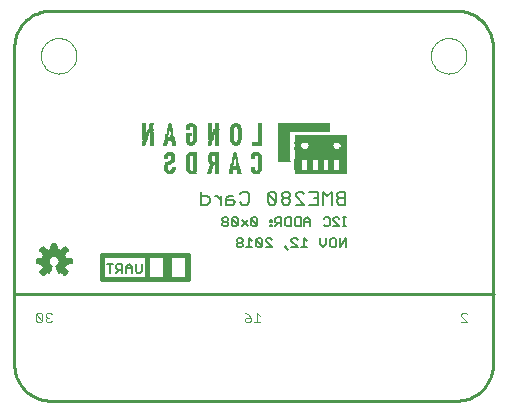
<source format=gbo>
G75*
G70*
%OFA0B0*%
%FSLAX24Y24*%
%IPPOS*%
%LPD*%
%AMOC8*
5,1,8,0,0,1.08239X$1,22.5*
%
%ADD10C,0.0080*%
%ADD11C,0.0050*%
%ADD12C,0.0150*%
%ADD13C,0.0100*%
%ADD14C,0.0000*%
%ADD15C,0.0040*%
%ADD16C,0.0059*%
%ADD17R,0.0089X0.0006*%
%ADD18R,0.0094X0.0006*%
%ADD19R,0.0130X0.0006*%
%ADD20R,0.0106X0.0006*%
%ADD21R,0.0201X0.0006*%
%ADD22R,0.0136X0.0006*%
%ADD23R,0.1742X0.0006*%
%ADD24R,0.0154X0.0006*%
%ADD25R,0.0112X0.0006*%
%ADD26R,0.0219X0.0006*%
%ADD27R,0.0165X0.0006*%
%ADD28R,0.1748X0.0006*%
%ADD29R,0.0177X0.0006*%
%ADD30R,0.0100X0.0006*%
%ADD31R,0.0236X0.0006*%
%ADD32R,0.0189X0.0006*%
%ADD33R,0.0195X0.0006*%
%ADD34R,0.0248X0.0006*%
%ADD35R,0.0207X0.0006*%
%ADD36R,0.0213X0.0006*%
%ADD37R,0.0260X0.0006*%
%ADD38R,0.0224X0.0006*%
%ADD39R,0.0266X0.0006*%
%ADD40R,0.0278X0.0006*%
%ADD41R,0.0254X0.0006*%
%ADD42R,0.0283X0.0006*%
%ADD43R,0.0289X0.0006*%
%ADD44R,0.0272X0.0006*%
%ADD45R,0.0295X0.0006*%
%ADD46R,0.0301X0.0006*%
%ADD47R,0.0307X0.0006*%
%ADD48R,0.0313X0.0006*%
%ADD49R,0.0319X0.0006*%
%ADD50R,0.0148X0.0006*%
%ADD51R,0.0159X0.0006*%
%ADD52R,0.0124X0.0006*%
%ADD53R,0.0118X0.0006*%
%ADD54R,0.0242X0.0006*%
%ADD55R,0.0337X0.0006*%
%ADD56R,0.0331X0.0006*%
%ADD57R,0.0325X0.0006*%
%ADD58R,0.0142X0.0006*%
%ADD59R,0.0183X0.0006*%
%ADD60R,0.0230X0.0006*%
%ADD61R,0.0419X0.0006*%
%ADD62R,0.0425X0.0006*%
%ADD63R,0.0171X0.0006*%
%ADD64R,0.0083X0.0006*%
%ADD65R,0.0041X0.0006*%
%ADD66R,0.0047X0.0006*%
%ADD67R,0.1022X0.0006*%
%ADD68R,0.0980X0.0006*%
%ADD69R,0.0957X0.0006*%
%ADD70R,0.0933X0.0006*%
%ADD71R,0.0921X0.0006*%
%ADD72R,0.0904X0.0006*%
%ADD73R,0.0892X0.0006*%
%ADD74R,0.0886X0.0006*%
%ADD75R,0.0874X0.0006*%
%ADD76R,0.0868X0.0006*%
%ADD77R,0.0856X0.0006*%
%ADD78R,0.0850X0.0006*%
%ADD79R,0.0844X0.0006*%
%ADD80R,0.0839X0.0006*%
%ADD81R,0.0833X0.0006*%
%ADD82R,0.0827X0.0006*%
%ADD83R,0.0071X0.0006*%
%ADD84R,0.0862X0.0006*%
%ADD85R,0.0880X0.0006*%
%ADD86R,0.0898X0.0006*%
%ADD87R,0.0915X0.0006*%
%ADD88R,0.0927X0.0006*%
%ADD89R,0.0945X0.0006*%
%ADD90R,0.0969X0.0006*%
%ADD91R,0.0998X0.0006*%
D10*
X005350Y004310D02*
X005350Y004910D01*
X005400Y004910D02*
X005400Y004310D01*
X005450Y004310D02*
X005450Y004910D01*
X005500Y004910D02*
X005500Y004310D01*
X006553Y006700D02*
X006763Y006700D01*
X006833Y006770D01*
X006833Y006910D01*
X006763Y006980D01*
X006553Y006980D01*
X006553Y007120D02*
X006553Y006700D01*
X007006Y006980D02*
X007076Y006980D01*
X007216Y006840D01*
X007216Y006700D02*
X007216Y006980D01*
X007397Y006910D02*
X007397Y006700D01*
X007607Y006700D01*
X007677Y006770D01*
X007607Y006840D01*
X007397Y006840D01*
X007397Y006910D02*
X007467Y006980D01*
X007607Y006980D01*
X007857Y007050D02*
X007927Y007120D01*
X008067Y007120D01*
X008137Y007050D01*
X008137Y006770D01*
X008067Y006700D01*
X007927Y006700D01*
X007857Y006770D01*
X008778Y006770D02*
X008848Y006700D01*
X008988Y006700D01*
X009058Y006770D01*
X008778Y007050D01*
X008778Y006770D01*
X009058Y006770D02*
X009058Y007050D01*
X008988Y007120D01*
X008848Y007120D01*
X008778Y007050D01*
X009238Y007050D02*
X009238Y006980D01*
X009308Y006910D01*
X009448Y006910D01*
X009518Y006980D01*
X009518Y007050D01*
X009448Y007120D01*
X009308Y007120D01*
X009238Y007050D01*
X009308Y006910D02*
X009238Y006840D01*
X009238Y006770D01*
X009308Y006700D01*
X009448Y006700D01*
X009518Y006770D01*
X009518Y006840D01*
X009448Y006910D01*
X009699Y006980D02*
X009699Y007050D01*
X009769Y007120D01*
X009909Y007120D01*
X009979Y007050D01*
X010159Y007120D02*
X010439Y007120D01*
X010439Y006700D01*
X010159Y006700D01*
X009979Y006700D02*
X009699Y006980D01*
X009699Y006700D02*
X009979Y006700D01*
X010299Y006910D02*
X010439Y006910D01*
X010619Y007120D02*
X010619Y006700D01*
X010900Y006700D02*
X010900Y007120D01*
X010759Y006980D01*
X010619Y007120D01*
X011080Y007050D02*
X011080Y006980D01*
X011150Y006910D01*
X011360Y006910D01*
X011360Y006700D02*
X011360Y007120D01*
X011150Y007120D01*
X011080Y007050D01*
X011150Y006910D02*
X011080Y006840D01*
X011080Y006770D01*
X011150Y006700D01*
X011360Y006700D01*
D11*
X011375Y006285D02*
X011275Y006285D01*
X011325Y006285D02*
X011325Y005985D01*
X011375Y005985D02*
X011275Y005985D01*
X011160Y005985D02*
X010960Y006185D01*
X010960Y006235D01*
X011010Y006285D01*
X011110Y006285D01*
X011160Y006235D01*
X011160Y005985D02*
X010960Y005985D01*
X010838Y006035D02*
X010788Y005985D01*
X010688Y005985D01*
X010638Y006035D01*
X010838Y006035D02*
X010838Y006235D01*
X010788Y006285D01*
X010688Y006285D01*
X010638Y006235D01*
X010193Y006185D02*
X010193Y005985D01*
X010193Y006135D02*
X009993Y006135D01*
X009993Y006185D02*
X009993Y005985D01*
X009871Y005985D02*
X009721Y005985D01*
X009671Y006035D01*
X009671Y006235D01*
X009721Y006285D01*
X009871Y006285D01*
X009871Y005985D01*
X009549Y005985D02*
X009399Y005985D01*
X009349Y006035D01*
X009349Y006235D01*
X009399Y006285D01*
X009549Y006285D01*
X009549Y005985D01*
X009227Y005985D02*
X009227Y006285D01*
X009076Y006285D01*
X009026Y006235D01*
X009026Y006135D01*
X009076Y006085D01*
X009227Y006085D01*
X009126Y006085D02*
X009026Y005985D01*
X008904Y005985D02*
X008904Y006035D01*
X008854Y006035D01*
X008854Y005985D01*
X008904Y005985D01*
X008904Y006135D02*
X008854Y006135D01*
X008854Y006185D01*
X008904Y006185D01*
X008904Y006135D01*
X008421Y006035D02*
X008221Y006235D01*
X008221Y006035D01*
X008271Y005985D01*
X008371Y005985D01*
X008421Y006035D01*
X008421Y006235D01*
X008371Y006285D01*
X008271Y006285D01*
X008221Y006235D01*
X008099Y006185D02*
X007898Y005985D01*
X007776Y006035D02*
X007576Y006235D01*
X007576Y006035D01*
X007626Y005985D01*
X007726Y005985D01*
X007776Y006035D01*
X007776Y006235D01*
X007726Y006285D01*
X007626Y006285D01*
X007576Y006235D01*
X007454Y006235D02*
X007454Y006185D01*
X007404Y006135D01*
X007304Y006135D01*
X007254Y006085D01*
X007254Y006035D01*
X007304Y005985D01*
X007404Y005985D01*
X007454Y006035D01*
X007454Y006085D01*
X007404Y006135D01*
X007304Y006135D02*
X007254Y006185D01*
X007254Y006235D01*
X007304Y006285D01*
X007404Y006285D01*
X007454Y006235D01*
X007898Y006185D02*
X008099Y005985D01*
X008160Y005585D02*
X008160Y005285D01*
X008260Y005285D02*
X008060Y005285D01*
X007937Y005335D02*
X007937Y005385D01*
X007887Y005435D01*
X007787Y005435D01*
X007737Y005385D01*
X007737Y005335D01*
X007787Y005285D01*
X007887Y005285D01*
X007937Y005335D01*
X007887Y005435D02*
X007937Y005485D01*
X007937Y005535D01*
X007887Y005585D01*
X007787Y005585D01*
X007737Y005535D01*
X007737Y005485D01*
X007787Y005435D01*
X008160Y005585D02*
X008260Y005485D01*
X008382Y005535D02*
X008582Y005335D01*
X008532Y005285D01*
X008432Y005285D01*
X008382Y005335D01*
X008382Y005535D01*
X008432Y005585D01*
X008532Y005585D01*
X008582Y005535D01*
X008582Y005335D01*
X008704Y005285D02*
X008904Y005285D01*
X008704Y005485D01*
X008704Y005535D01*
X008754Y005585D01*
X008854Y005585D01*
X008904Y005535D01*
X009341Y005335D02*
X009341Y005285D01*
X009391Y005285D01*
X009391Y005335D01*
X009341Y005335D01*
X009341Y005285D02*
X009441Y005185D01*
X009563Y005285D02*
X009764Y005285D01*
X009563Y005485D01*
X009563Y005535D01*
X009613Y005585D01*
X009714Y005585D01*
X009764Y005535D01*
X009986Y005585D02*
X009986Y005285D01*
X010086Y005285D02*
X009886Y005285D01*
X010086Y005485D02*
X009986Y005585D01*
X010530Y005585D02*
X010530Y005385D01*
X010630Y005285D01*
X010730Y005385D01*
X010730Y005585D01*
X010853Y005535D02*
X010903Y005585D01*
X011003Y005585D01*
X011053Y005535D01*
X011053Y005335D01*
X011003Y005285D01*
X010903Y005285D01*
X010853Y005335D01*
X010853Y005535D01*
X011175Y005585D02*
X011175Y005285D01*
X011375Y005585D01*
X011375Y005285D01*
X010193Y006185D02*
X010093Y006285D01*
X009993Y006185D01*
X006050Y004960D02*
X006050Y004260D01*
X005550Y004260D01*
X005550Y004960D01*
X006050Y004960D01*
X005300Y004960D02*
X004800Y004960D01*
X004800Y004260D01*
X005300Y004260D01*
X005300Y004960D01*
X004575Y004735D02*
X004575Y004485D01*
X004525Y004435D01*
X004425Y004435D01*
X004375Y004485D01*
X004375Y004735D01*
X004253Y004635D02*
X004153Y004735D01*
X004053Y004635D01*
X004053Y004435D01*
X003930Y004435D02*
X003930Y004735D01*
X003780Y004735D01*
X003730Y004685D01*
X003730Y004585D01*
X003780Y004535D01*
X003930Y004535D01*
X003830Y004535D02*
X003730Y004435D01*
X003508Y004435D02*
X003508Y004735D01*
X003608Y004735D02*
X003408Y004735D01*
X004053Y004585D02*
X004253Y004585D01*
X004253Y004635D02*
X004253Y004435D01*
D12*
X004750Y004210D02*
X004750Y005010D01*
X006100Y005010D01*
X006100Y004210D01*
X004750Y004210D01*
X003250Y004210D01*
X003250Y005010D01*
X004750Y005010D01*
D13*
X000328Y001364D02*
X000328Y011956D01*
X000330Y012023D01*
X000336Y012090D01*
X000345Y012157D01*
X000358Y012223D01*
X000375Y012288D01*
X000395Y012352D01*
X000419Y012415D01*
X000447Y012477D01*
X000478Y012536D01*
X000512Y012594D01*
X000549Y012650D01*
X000590Y012704D01*
X000633Y012756D01*
X000679Y012805D01*
X000728Y012851D01*
X000780Y012894D01*
X000834Y012935D01*
X000890Y012972D01*
X000948Y013006D01*
X001007Y013037D01*
X001069Y013065D01*
X001132Y013089D01*
X001196Y013109D01*
X001261Y013126D01*
X001327Y013139D01*
X001394Y013148D01*
X001461Y013154D01*
X001528Y013156D01*
X015072Y013156D01*
X015139Y013154D01*
X015206Y013148D01*
X015273Y013139D01*
X015339Y013126D01*
X015404Y013109D01*
X015468Y013089D01*
X015531Y013065D01*
X015593Y013037D01*
X015652Y013006D01*
X015710Y012972D01*
X015766Y012935D01*
X015820Y012894D01*
X015872Y012851D01*
X015921Y012805D01*
X015967Y012756D01*
X016010Y012704D01*
X016051Y012650D01*
X016088Y012594D01*
X016122Y012536D01*
X016153Y012477D01*
X016181Y012415D01*
X016205Y012352D01*
X016225Y012288D01*
X016242Y012223D01*
X016255Y012157D01*
X016264Y012090D01*
X016270Y012023D01*
X016272Y011956D01*
X016272Y001364D01*
X016270Y001297D01*
X016264Y001230D01*
X016255Y001163D01*
X016242Y001097D01*
X016225Y001032D01*
X016205Y000968D01*
X016181Y000905D01*
X016153Y000843D01*
X016122Y000784D01*
X016088Y000726D01*
X016051Y000670D01*
X016010Y000616D01*
X015967Y000564D01*
X015921Y000515D01*
X015872Y000469D01*
X015820Y000426D01*
X015766Y000385D01*
X015710Y000348D01*
X015652Y000314D01*
X015593Y000283D01*
X015531Y000255D01*
X015468Y000231D01*
X015404Y000211D01*
X015339Y000194D01*
X015273Y000181D01*
X015206Y000172D01*
X015139Y000166D01*
X015072Y000164D01*
X001528Y000164D01*
X001461Y000166D01*
X001394Y000172D01*
X001327Y000181D01*
X001261Y000194D01*
X001196Y000211D01*
X001132Y000231D01*
X001069Y000255D01*
X001007Y000283D01*
X000948Y000314D01*
X000890Y000348D01*
X000834Y000385D01*
X000780Y000426D01*
X000728Y000469D01*
X000679Y000515D01*
X000633Y000564D01*
X000590Y000616D01*
X000549Y000670D01*
X000512Y000726D01*
X000478Y000784D01*
X000447Y000843D01*
X000419Y000905D01*
X000395Y000968D01*
X000375Y001032D01*
X000358Y001097D01*
X000345Y001163D01*
X000336Y001230D01*
X000330Y001297D01*
X000328Y001364D01*
X000300Y003710D02*
X016300Y003710D01*
D14*
X014209Y011660D02*
X014211Y011708D01*
X014217Y011756D01*
X014227Y011803D01*
X014240Y011849D01*
X014258Y011894D01*
X014278Y011938D01*
X014303Y011980D01*
X014331Y012019D01*
X014361Y012056D01*
X014395Y012090D01*
X014432Y012122D01*
X014470Y012151D01*
X014511Y012176D01*
X014554Y012198D01*
X014599Y012216D01*
X014645Y012230D01*
X014692Y012241D01*
X014740Y012248D01*
X014788Y012251D01*
X014836Y012250D01*
X014884Y012245D01*
X014932Y012236D01*
X014978Y012224D01*
X015023Y012207D01*
X015067Y012187D01*
X015109Y012164D01*
X015149Y012137D01*
X015187Y012107D01*
X015222Y012074D01*
X015254Y012038D01*
X015284Y012000D01*
X015310Y011959D01*
X015332Y011916D01*
X015352Y011872D01*
X015367Y011827D01*
X015379Y011780D01*
X015387Y011732D01*
X015391Y011684D01*
X015391Y011636D01*
X015387Y011588D01*
X015379Y011540D01*
X015367Y011493D01*
X015352Y011448D01*
X015332Y011404D01*
X015310Y011361D01*
X015284Y011320D01*
X015254Y011282D01*
X015222Y011246D01*
X015187Y011213D01*
X015149Y011183D01*
X015109Y011156D01*
X015067Y011133D01*
X015023Y011113D01*
X014978Y011096D01*
X014932Y011084D01*
X014884Y011075D01*
X014836Y011070D01*
X014788Y011069D01*
X014740Y011072D01*
X014692Y011079D01*
X014645Y011090D01*
X014599Y011104D01*
X014554Y011122D01*
X014511Y011144D01*
X014470Y011169D01*
X014432Y011198D01*
X014395Y011230D01*
X014361Y011264D01*
X014331Y011301D01*
X014303Y011340D01*
X014278Y011382D01*
X014258Y011426D01*
X014240Y011471D01*
X014227Y011517D01*
X014217Y011564D01*
X014211Y011612D01*
X014209Y011660D01*
X001209Y011660D02*
X001211Y011708D01*
X001217Y011756D01*
X001227Y011803D01*
X001240Y011849D01*
X001258Y011894D01*
X001278Y011938D01*
X001303Y011980D01*
X001331Y012019D01*
X001361Y012056D01*
X001395Y012090D01*
X001432Y012122D01*
X001470Y012151D01*
X001511Y012176D01*
X001554Y012198D01*
X001599Y012216D01*
X001645Y012230D01*
X001692Y012241D01*
X001740Y012248D01*
X001788Y012251D01*
X001836Y012250D01*
X001884Y012245D01*
X001932Y012236D01*
X001978Y012224D01*
X002023Y012207D01*
X002067Y012187D01*
X002109Y012164D01*
X002149Y012137D01*
X002187Y012107D01*
X002222Y012074D01*
X002254Y012038D01*
X002284Y012000D01*
X002310Y011959D01*
X002332Y011916D01*
X002352Y011872D01*
X002367Y011827D01*
X002379Y011780D01*
X002387Y011732D01*
X002391Y011684D01*
X002391Y011636D01*
X002387Y011588D01*
X002379Y011540D01*
X002367Y011493D01*
X002352Y011448D01*
X002332Y011404D01*
X002310Y011361D01*
X002284Y011320D01*
X002254Y011282D01*
X002222Y011246D01*
X002187Y011213D01*
X002149Y011183D01*
X002109Y011156D01*
X002067Y011133D01*
X002023Y011113D01*
X001978Y011096D01*
X001932Y011084D01*
X001884Y011075D01*
X001836Y011070D01*
X001788Y011069D01*
X001740Y011072D01*
X001692Y011079D01*
X001645Y011090D01*
X001599Y011104D01*
X001554Y011122D01*
X001511Y011144D01*
X001470Y011169D01*
X001432Y011198D01*
X001395Y011230D01*
X001361Y011264D01*
X001331Y011301D01*
X001303Y011340D01*
X001278Y011382D01*
X001258Y011426D01*
X001240Y011471D01*
X001227Y011517D01*
X001217Y011564D01*
X001211Y011612D01*
X001209Y011660D01*
D15*
X001206Y003090D02*
X001103Y003090D01*
X001051Y003039D01*
X001258Y002832D01*
X001206Y002780D01*
X001103Y002780D01*
X001051Y002832D01*
X001051Y003039D01*
X001206Y003090D02*
X001258Y003039D01*
X001258Y002832D01*
X001373Y002832D02*
X001425Y002780D01*
X001528Y002780D01*
X001580Y002832D01*
X001477Y002935D02*
X001425Y002935D01*
X001373Y002883D01*
X001373Y002832D01*
X001425Y002935D02*
X001373Y002987D01*
X001373Y003039D01*
X001425Y003090D01*
X001528Y003090D01*
X001580Y003039D01*
X008001Y003090D02*
X008104Y003039D01*
X008208Y002935D01*
X008208Y002832D01*
X008156Y002780D01*
X008053Y002780D01*
X008001Y002832D01*
X008001Y002883D01*
X008053Y002935D01*
X008208Y002935D01*
X008323Y002780D02*
X008530Y002780D01*
X008427Y002780D02*
X008427Y003090D01*
X008530Y002987D01*
X015223Y002987D02*
X015223Y003039D01*
X015275Y003090D01*
X015378Y003090D01*
X015430Y003039D01*
X015223Y002987D02*
X015430Y002780D01*
X015223Y002780D01*
D16*
X002236Y004738D02*
X002046Y004719D01*
X002025Y004655D01*
X001994Y004595D01*
X002115Y004446D01*
X002014Y004345D01*
X001865Y004466D01*
X001805Y004435D01*
X001721Y004639D01*
X001758Y004661D01*
X001790Y004690D01*
X001814Y004726D01*
X001829Y004767D01*
X001835Y004810D01*
X001829Y004854D01*
X001814Y004895D01*
X001789Y004932D01*
X001756Y004961D01*
X001717Y004982D01*
X001674Y004993D01*
X001630Y004993D01*
X001587Y004983D01*
X001548Y004963D01*
X001514Y004935D01*
X001488Y004899D01*
X001472Y004858D01*
X001466Y004814D01*
X001470Y004770D01*
X001485Y004728D01*
X001509Y004691D01*
X001541Y004661D01*
X001579Y004639D01*
X001495Y004435D01*
X001435Y004466D01*
X001286Y004345D01*
X001185Y004446D01*
X001306Y004595D01*
X001275Y004655D01*
X001254Y004719D01*
X001064Y004738D01*
X001064Y004882D01*
X001254Y004901D01*
X001275Y004965D01*
X001306Y005025D01*
X001185Y005174D01*
X001286Y005275D01*
X001435Y005154D01*
X001495Y005185D01*
X001559Y005206D01*
X001578Y005396D01*
X001722Y005396D01*
X001741Y005206D01*
X001805Y005185D01*
X001865Y005154D01*
X002014Y005275D01*
X002115Y005174D01*
X001994Y005025D01*
X002025Y004965D01*
X002046Y004901D01*
X002236Y004882D01*
X002236Y004738D01*
X002236Y004761D02*
X001827Y004761D01*
X001834Y004818D02*
X002236Y004818D01*
X002236Y004876D02*
X001821Y004876D01*
X001787Y004933D02*
X002035Y004933D01*
X002012Y004991D02*
X001682Y004991D01*
X001619Y004991D02*
X001288Y004991D01*
X001287Y005048D02*
X002013Y005048D01*
X002060Y005106D02*
X001240Y005106D01*
X001193Y005164D02*
X001424Y005164D01*
X001453Y005164D02*
X001847Y005164D01*
X001876Y005164D02*
X002107Y005164D01*
X002068Y005221D02*
X001947Y005221D01*
X001740Y005221D02*
X001560Y005221D01*
X001566Y005279D02*
X001734Y005279D01*
X001728Y005336D02*
X001572Y005336D01*
X001578Y005394D02*
X001722Y005394D01*
X001353Y005221D02*
X001232Y005221D01*
X001265Y004933D02*
X001513Y004933D01*
X001479Y004876D02*
X001064Y004876D01*
X001064Y004818D02*
X001466Y004818D01*
X001473Y004761D02*
X001064Y004761D01*
X001259Y004703D02*
X001501Y004703D01*
X001569Y004646D02*
X001280Y004646D01*
X001300Y004588D02*
X001558Y004588D01*
X001534Y004530D02*
X001253Y004530D01*
X001206Y004473D02*
X001510Y004473D01*
X001373Y004415D02*
X001216Y004415D01*
X001273Y004358D02*
X001303Y004358D01*
X001766Y004530D02*
X002047Y004530D01*
X002094Y004473D02*
X001790Y004473D01*
X001742Y004588D02*
X002000Y004588D01*
X002020Y004646D02*
X001731Y004646D01*
X001799Y004703D02*
X002041Y004703D01*
X002084Y004415D02*
X001927Y004415D01*
X001997Y004358D02*
X002027Y004358D01*
D17*
X005440Y009081D03*
X005446Y009104D03*
X005446Y009110D03*
X005452Y009134D03*
X005452Y009140D03*
X005458Y009158D03*
X005458Y009164D03*
X005552Y009164D03*
X005558Y009146D03*
X005558Y009140D03*
X005558Y009134D03*
X005564Y009116D03*
X005564Y009110D03*
X005570Y009087D03*
X005570Y009081D03*
X005576Y009057D03*
X005505Y009376D03*
X005505Y009382D03*
X007684Y008419D03*
X007637Y008207D03*
X007631Y008183D03*
X007631Y008177D03*
X007625Y008154D03*
X007619Y008124D03*
X007743Y008148D03*
X007743Y008154D03*
X007737Y008171D03*
X007737Y008177D03*
X007737Y008183D03*
X007731Y008195D03*
X007731Y008201D03*
X007731Y008207D03*
X007749Y008118D03*
X008393Y007705D03*
D18*
X007782Y007965D03*
X007782Y007971D03*
X007776Y007988D03*
X007776Y007994D03*
X007776Y008000D03*
X007770Y008012D03*
X007770Y008018D03*
X007770Y008024D03*
X007770Y008030D03*
X007764Y008041D03*
X007764Y008047D03*
X007764Y008053D03*
X007764Y008059D03*
X007758Y008065D03*
X007758Y008071D03*
X007758Y008077D03*
X007758Y008083D03*
X007758Y008089D03*
X007752Y008095D03*
X007752Y008101D03*
X007752Y008106D03*
X007752Y008112D03*
X007746Y008124D03*
X007746Y008130D03*
X007746Y008136D03*
X007746Y008142D03*
X007740Y008160D03*
X007740Y008166D03*
X007734Y008189D03*
X007634Y008189D03*
X007634Y008195D03*
X007634Y008201D03*
X007628Y008171D03*
X007628Y008166D03*
X007628Y008160D03*
X007622Y008148D03*
X007622Y008142D03*
X007622Y008136D03*
X007622Y008130D03*
X007616Y008118D03*
X007616Y008112D03*
X007616Y008106D03*
X007616Y008101D03*
X007610Y008095D03*
X007610Y008089D03*
X007610Y008083D03*
X007610Y008077D03*
X007610Y008071D03*
X007605Y008065D03*
X007605Y008059D03*
X007605Y008053D03*
X007605Y008047D03*
X007599Y008036D03*
X007599Y008030D03*
X007599Y008024D03*
X007593Y008006D03*
X007593Y008000D03*
X007593Y007994D03*
X007587Y007971D03*
X007681Y008408D03*
X007681Y008414D03*
X006949Y008969D03*
X006955Y008986D03*
X006961Y008998D03*
X006967Y009016D03*
X006973Y009034D03*
X006979Y009051D03*
X006990Y009081D03*
X005603Y008933D03*
X005603Y008927D03*
X005603Y008921D03*
X005597Y008951D03*
X005597Y008957D03*
X005597Y008963D03*
X005591Y008975D03*
X005591Y008980D03*
X005591Y008986D03*
X005591Y008992D03*
X005585Y009004D03*
X005585Y009010D03*
X005585Y009016D03*
X005585Y009022D03*
X005579Y009028D03*
X005579Y009034D03*
X005579Y009040D03*
X005579Y009045D03*
X005579Y009051D03*
X005573Y009063D03*
X005573Y009069D03*
X005573Y009075D03*
X005567Y009093D03*
X005567Y009099D03*
X005567Y009104D03*
X005561Y009122D03*
X005561Y009128D03*
X005555Y009152D03*
X005555Y009158D03*
X005455Y009152D03*
X005455Y009146D03*
X005449Y009128D03*
X005449Y009122D03*
X005449Y009116D03*
X005443Y009099D03*
X005443Y009093D03*
X005443Y009087D03*
X005437Y009075D03*
X005437Y009069D03*
X005437Y009063D03*
X005437Y009057D03*
X005437Y009051D03*
X005431Y009045D03*
X005431Y009040D03*
X005431Y009034D03*
X005431Y009028D03*
X005425Y009016D03*
X005425Y009010D03*
X005425Y009004D03*
X005425Y008998D03*
X005419Y008986D03*
X005419Y008980D03*
X005419Y008975D03*
X005414Y008957D03*
X005414Y008951D03*
X005408Y008927D03*
X005408Y008921D03*
X004794Y009081D03*
X004788Y009063D03*
X004782Y009045D03*
X004776Y009034D03*
X004770Y009016D03*
X004764Y008998D03*
X004758Y008980D03*
X004752Y008969D03*
X005508Y009370D03*
X005502Y007705D03*
D19*
X005608Y007811D03*
X005402Y008006D03*
X005402Y008319D03*
X005603Y008319D03*
X006140Y007811D03*
X006860Y008112D03*
X006860Y008319D03*
X006855Y008744D03*
X006855Y008750D03*
X006855Y008756D03*
X006329Y008774D03*
X006329Y009276D03*
X006128Y009276D03*
X007085Y009299D03*
X007085Y009305D03*
X007610Y009276D03*
X007811Y009276D03*
X007811Y008774D03*
X007610Y008774D03*
X007681Y008331D03*
X008301Y007811D03*
X008396Y007711D03*
X008490Y007811D03*
X008490Y008319D03*
X004888Y009293D03*
X004888Y009299D03*
X004888Y009305D03*
X004658Y008756D03*
X004658Y008750D03*
X004658Y008744D03*
D20*
X004646Y008691D03*
X004646Y008685D03*
X004646Y008679D03*
X004900Y008679D03*
X004900Y008673D03*
X004900Y008667D03*
X004900Y008685D03*
X004900Y008691D03*
X004900Y008697D03*
X004900Y008703D03*
X004900Y008709D03*
X004900Y008715D03*
X004900Y008721D03*
X004900Y008727D03*
X004900Y008732D03*
X004900Y008738D03*
X004900Y008744D03*
X004900Y008750D03*
X004900Y008756D03*
X004900Y008762D03*
X004900Y008768D03*
X004900Y008774D03*
X004900Y008780D03*
X004900Y008786D03*
X004900Y008791D03*
X004900Y008797D03*
X004900Y008803D03*
X004900Y008809D03*
X004900Y008815D03*
X004900Y008821D03*
X004900Y008827D03*
X004900Y008833D03*
X004900Y008839D03*
X004900Y008845D03*
X004900Y008851D03*
X004900Y008856D03*
X004900Y008862D03*
X004900Y008868D03*
X004900Y008874D03*
X004900Y008880D03*
X004900Y008886D03*
X004900Y008892D03*
X004900Y008898D03*
X004900Y008904D03*
X004900Y008910D03*
X004900Y008916D03*
X004900Y008921D03*
X004900Y008927D03*
X004900Y008933D03*
X004900Y008939D03*
X004900Y008945D03*
X004900Y008951D03*
X004900Y008957D03*
X004900Y008963D03*
X004900Y008969D03*
X004900Y008975D03*
X004900Y008980D03*
X004900Y008986D03*
X004900Y008992D03*
X004900Y008998D03*
X004900Y009004D03*
X004900Y009010D03*
X004900Y009016D03*
X004900Y009022D03*
X004900Y009028D03*
X004900Y009034D03*
X004900Y009040D03*
X004900Y009045D03*
X004900Y009051D03*
X004900Y009057D03*
X004900Y009063D03*
X004900Y009069D03*
X004900Y009075D03*
X004900Y009081D03*
X004646Y009081D03*
X004646Y009087D03*
X004646Y009093D03*
X004646Y009099D03*
X004646Y009104D03*
X004646Y009110D03*
X004646Y009116D03*
X004646Y009122D03*
X004646Y009128D03*
X004646Y009134D03*
X004646Y009140D03*
X004646Y009146D03*
X004646Y009152D03*
X004646Y009158D03*
X004646Y009164D03*
X004646Y009169D03*
X004646Y009175D03*
X004646Y009181D03*
X004646Y009187D03*
X004646Y009193D03*
X004646Y009199D03*
X004646Y009205D03*
X004646Y009211D03*
X004646Y009217D03*
X004646Y009223D03*
X004646Y009229D03*
X004646Y009234D03*
X004646Y009240D03*
X004646Y009246D03*
X004646Y009252D03*
X004646Y009258D03*
X004646Y009264D03*
X004646Y009270D03*
X004646Y009276D03*
X004646Y009282D03*
X004646Y009288D03*
X004646Y009293D03*
X004646Y009299D03*
X004646Y009305D03*
X004646Y009311D03*
X004646Y009317D03*
X004646Y009323D03*
X004646Y009329D03*
X004646Y009335D03*
X004646Y009341D03*
X004646Y009347D03*
X004646Y009353D03*
X004646Y009358D03*
X004646Y009364D03*
X004646Y009370D03*
X004646Y009376D03*
X004646Y009382D03*
X004900Y009370D03*
X004900Y009364D03*
X004900Y009358D03*
X004646Y009075D03*
X004646Y009069D03*
X004646Y009063D03*
X004646Y009057D03*
X004646Y009051D03*
X004646Y009045D03*
X004646Y009040D03*
X004646Y009034D03*
X004646Y009028D03*
X004646Y009022D03*
X004646Y009016D03*
X004646Y009010D03*
X004646Y009004D03*
X004646Y008998D03*
X004646Y008992D03*
X004646Y008986D03*
X004646Y008980D03*
X004646Y008975D03*
X004646Y008969D03*
X005378Y008786D03*
X005378Y008780D03*
X005372Y008756D03*
X005372Y008750D03*
X005366Y008732D03*
X005366Y008727D03*
X005366Y008721D03*
X005360Y008703D03*
X005360Y008697D03*
X005360Y008691D03*
X005355Y008679D03*
X005355Y008673D03*
X005355Y008667D03*
X005384Y008809D03*
X005632Y008786D03*
X005638Y008762D03*
X005638Y008756D03*
X005644Y008732D03*
X005644Y008727D03*
X005650Y008709D03*
X005650Y008703D03*
X005650Y008697D03*
X005650Y008691D03*
X005656Y008679D03*
X005656Y008673D03*
X005656Y008667D03*
X005502Y008425D03*
X005620Y008290D03*
X005620Y008284D03*
X005620Y008278D03*
X005620Y008272D03*
X005626Y008266D03*
X005626Y008260D03*
X005626Y008254D03*
X005626Y008248D03*
X005626Y008242D03*
X005626Y008236D03*
X005626Y008230D03*
X005626Y008225D03*
X005626Y008219D03*
X005626Y008213D03*
X005626Y008207D03*
X005626Y008201D03*
X005626Y008195D03*
X005620Y008189D03*
X005620Y008183D03*
X005620Y008177D03*
X005378Y008225D03*
X005378Y008230D03*
X005378Y008236D03*
X005378Y008242D03*
X005378Y008248D03*
X005378Y008254D03*
X005384Y008278D03*
X005384Y007977D03*
X005384Y007971D03*
X005384Y007965D03*
X005384Y007959D03*
X005384Y007953D03*
X005384Y007947D03*
X005384Y007941D03*
X005378Y007923D03*
X005378Y007917D03*
X005378Y007912D03*
X005378Y007906D03*
X005384Y007876D03*
X005384Y007870D03*
X005384Y007864D03*
X005384Y007858D03*
X005384Y007853D03*
X005384Y007847D03*
X005390Y007841D03*
X005390Y007835D03*
X005626Y007847D03*
X005632Y007858D03*
X005632Y007864D03*
X005632Y007870D03*
X005632Y007876D03*
X005632Y007882D03*
X005632Y007888D03*
X005632Y007894D03*
X005632Y007900D03*
X005632Y007906D03*
X006110Y007906D03*
X006110Y007912D03*
X006110Y007917D03*
X006110Y007923D03*
X006110Y007929D03*
X006110Y007935D03*
X006110Y007941D03*
X006110Y007947D03*
X006110Y007953D03*
X006110Y007959D03*
X006110Y007965D03*
X006110Y007971D03*
X006110Y007977D03*
X006110Y007982D03*
X006110Y007988D03*
X006110Y007994D03*
X006110Y008000D03*
X006110Y008006D03*
X006110Y008012D03*
X006110Y008018D03*
X006110Y008024D03*
X006110Y008030D03*
X006110Y008036D03*
X006110Y008041D03*
X006110Y008047D03*
X006110Y008053D03*
X006110Y008059D03*
X006110Y008065D03*
X006110Y008071D03*
X006110Y008077D03*
X006110Y008083D03*
X006110Y008089D03*
X006110Y008095D03*
X006110Y008101D03*
X006110Y008106D03*
X006110Y008112D03*
X006110Y008118D03*
X006110Y008124D03*
X006110Y008130D03*
X006110Y008136D03*
X006110Y008142D03*
X006110Y008148D03*
X006110Y008154D03*
X006110Y008160D03*
X006110Y008166D03*
X006110Y008171D03*
X006110Y008177D03*
X006110Y008183D03*
X006110Y008189D03*
X006110Y008195D03*
X006110Y008201D03*
X006110Y008207D03*
X006110Y008213D03*
X006110Y008219D03*
X006110Y008225D03*
X006110Y008230D03*
X006110Y008236D03*
X006110Y008242D03*
X006116Y008260D03*
X006116Y008266D03*
X006116Y008272D03*
X006116Y008278D03*
X006116Y008284D03*
X006341Y008284D03*
X006341Y008290D03*
X006341Y008295D03*
X006341Y008301D03*
X006341Y008307D03*
X006341Y008313D03*
X006341Y008319D03*
X006341Y008325D03*
X006341Y008278D03*
X006341Y008272D03*
X006341Y008266D03*
X006341Y008260D03*
X006341Y008254D03*
X006341Y008248D03*
X006341Y008242D03*
X006341Y008236D03*
X006341Y008230D03*
X006341Y008225D03*
X006341Y008219D03*
X006341Y008213D03*
X006341Y008207D03*
X006341Y008201D03*
X006341Y008195D03*
X006341Y008189D03*
X006341Y008183D03*
X006341Y008177D03*
X006341Y008171D03*
X006341Y008166D03*
X006341Y008160D03*
X006341Y008154D03*
X006341Y008148D03*
X006341Y008142D03*
X006341Y008136D03*
X006341Y008130D03*
X006341Y008124D03*
X006341Y008118D03*
X006341Y008112D03*
X006341Y008106D03*
X006341Y008101D03*
X006341Y008095D03*
X006341Y008089D03*
X006341Y008083D03*
X006341Y008077D03*
X006341Y008071D03*
X006341Y008065D03*
X006341Y008059D03*
X006341Y008053D03*
X006341Y008047D03*
X006341Y008041D03*
X006341Y008036D03*
X006341Y008030D03*
X006341Y008024D03*
X006341Y008018D03*
X006341Y008012D03*
X006341Y008006D03*
X006341Y008000D03*
X006341Y007994D03*
X006341Y007988D03*
X006341Y007982D03*
X006341Y007977D03*
X006341Y007971D03*
X006341Y007965D03*
X006341Y007959D03*
X006341Y007953D03*
X006341Y007947D03*
X006341Y007941D03*
X006341Y007935D03*
X006341Y007929D03*
X006341Y007923D03*
X006341Y007917D03*
X006341Y007912D03*
X006341Y007906D03*
X006341Y007900D03*
X006341Y007894D03*
X006341Y007888D03*
X006341Y007882D03*
X006341Y007876D03*
X006341Y007870D03*
X006341Y007864D03*
X006341Y007858D03*
X006341Y007853D03*
X006341Y007847D03*
X006341Y007841D03*
X006341Y007835D03*
X006341Y007829D03*
X006341Y007823D03*
X006341Y007817D03*
X006341Y007811D03*
X006341Y007805D03*
X006122Y007835D03*
X006122Y007841D03*
X006116Y007847D03*
X006116Y007853D03*
X006116Y007858D03*
X006116Y007864D03*
X006116Y007870D03*
X006116Y007876D03*
X006110Y007900D03*
X006813Y007711D03*
X006819Y007729D03*
X006825Y007746D03*
X006831Y007764D03*
X006837Y007782D03*
X006843Y007799D03*
X006843Y007805D03*
X006849Y007817D03*
X006849Y007823D03*
X006855Y007835D03*
X006855Y007841D03*
X006860Y007853D03*
X006860Y007858D03*
X006866Y007870D03*
X006866Y007876D03*
X006872Y007888D03*
X006872Y007894D03*
X006878Y007906D03*
X006878Y007912D03*
X006884Y007923D03*
X006884Y007929D03*
X006890Y007941D03*
X006890Y007947D03*
X006896Y007959D03*
X006896Y007965D03*
X006902Y007977D03*
X006902Y007982D03*
X006908Y008000D03*
X006843Y008136D03*
X006837Y008148D03*
X006837Y008154D03*
X006837Y008160D03*
X006837Y008166D03*
X006831Y008177D03*
X006831Y008183D03*
X006831Y008189D03*
X006831Y008195D03*
X006831Y008201D03*
X006831Y008207D03*
X006831Y008213D03*
X006831Y008219D03*
X006831Y008225D03*
X006831Y008230D03*
X006831Y008236D03*
X006831Y008242D03*
X006831Y008248D03*
X006831Y008254D03*
X006837Y008266D03*
X006837Y008272D03*
X006837Y008278D03*
X006837Y008284D03*
X006843Y008295D03*
X007073Y008295D03*
X007073Y008290D03*
X007073Y008284D03*
X007073Y008278D03*
X007073Y008272D03*
X007073Y008266D03*
X007073Y008260D03*
X007073Y008254D03*
X007073Y008248D03*
X007073Y008242D03*
X007073Y008236D03*
X007073Y008230D03*
X007073Y008225D03*
X007073Y008219D03*
X007073Y008213D03*
X007073Y008207D03*
X007073Y008201D03*
X007073Y008195D03*
X007073Y008189D03*
X007073Y008183D03*
X007073Y008177D03*
X007073Y008171D03*
X007073Y008166D03*
X007073Y008160D03*
X007073Y008154D03*
X007073Y008148D03*
X007073Y008142D03*
X007073Y008136D03*
X007073Y008130D03*
X007073Y008124D03*
X007073Y008118D03*
X007073Y008112D03*
X007073Y008106D03*
X007073Y008006D03*
X007073Y008000D03*
X007073Y007994D03*
X007073Y007988D03*
X007073Y007982D03*
X007073Y007977D03*
X007073Y007971D03*
X007073Y007965D03*
X007073Y007959D03*
X007073Y007953D03*
X007073Y007947D03*
X007073Y007941D03*
X007073Y007935D03*
X007073Y007929D03*
X007073Y007923D03*
X007073Y007917D03*
X007073Y007912D03*
X007073Y007906D03*
X007073Y007900D03*
X007073Y007894D03*
X007073Y007888D03*
X007073Y007882D03*
X007073Y007876D03*
X007073Y007870D03*
X007073Y007864D03*
X007073Y007858D03*
X007073Y007853D03*
X007073Y007847D03*
X007073Y007841D03*
X007073Y007835D03*
X007073Y007829D03*
X007073Y007823D03*
X007073Y007817D03*
X007073Y007811D03*
X007073Y007805D03*
X007073Y007799D03*
X007073Y007793D03*
X007073Y007788D03*
X007073Y007782D03*
X007073Y007776D03*
X007073Y007770D03*
X007073Y007764D03*
X007073Y007758D03*
X007073Y007752D03*
X007073Y007746D03*
X007073Y007740D03*
X007073Y007734D03*
X007073Y007729D03*
X007073Y007723D03*
X007073Y007717D03*
X007073Y007711D03*
X007534Y007711D03*
X007534Y007717D03*
X007534Y007723D03*
X007540Y007740D03*
X007540Y007746D03*
X007540Y007752D03*
X007545Y007770D03*
X007545Y007776D03*
X007551Y007799D03*
X007551Y007805D03*
X007557Y007829D03*
X007563Y007858D03*
X007805Y007847D03*
X007811Y007823D03*
X007811Y007817D03*
X007817Y007793D03*
X007817Y007788D03*
X007823Y007770D03*
X007823Y007764D03*
X007823Y007758D03*
X007829Y007740D03*
X007829Y007734D03*
X007829Y007729D03*
X007835Y007717D03*
X007835Y007711D03*
X008278Y007853D03*
X008278Y007858D03*
X008278Y007864D03*
X008278Y007870D03*
X008278Y007876D03*
X008278Y007882D03*
X008278Y007888D03*
X008278Y007894D03*
X008278Y007900D03*
X008278Y007906D03*
X008508Y007906D03*
X008508Y007912D03*
X008508Y007917D03*
X008508Y007923D03*
X008508Y007929D03*
X008508Y007935D03*
X008508Y007941D03*
X008508Y007947D03*
X008508Y007953D03*
X008508Y007959D03*
X008508Y007965D03*
X008508Y007971D03*
X008508Y007977D03*
X008508Y007982D03*
X008508Y007988D03*
X008508Y007994D03*
X008508Y008000D03*
X008508Y008006D03*
X008508Y008012D03*
X008508Y008018D03*
X008508Y008024D03*
X008508Y008030D03*
X008508Y008036D03*
X008508Y008041D03*
X008508Y008047D03*
X008508Y008053D03*
X008508Y008059D03*
X008508Y008065D03*
X008508Y008071D03*
X008508Y008077D03*
X008508Y008083D03*
X008508Y008089D03*
X008508Y008095D03*
X008508Y008101D03*
X008508Y008106D03*
X008508Y008112D03*
X008508Y008118D03*
X008508Y008124D03*
X008508Y008130D03*
X008508Y008136D03*
X008508Y008142D03*
X008508Y008148D03*
X008508Y008154D03*
X008508Y008160D03*
X008508Y008166D03*
X008508Y008171D03*
X008508Y008177D03*
X008508Y008183D03*
X008508Y008189D03*
X008508Y008195D03*
X008508Y008201D03*
X008508Y008207D03*
X008508Y008213D03*
X008508Y008219D03*
X008508Y008225D03*
X008508Y008230D03*
X008508Y008236D03*
X008508Y008242D03*
X008508Y008248D03*
X008508Y008254D03*
X008508Y008260D03*
X008508Y008266D03*
X008508Y008272D03*
X008508Y008278D03*
X008278Y008278D03*
X008278Y008272D03*
X008278Y008266D03*
X008278Y008260D03*
X008278Y008254D03*
X008278Y008248D03*
X008278Y008242D03*
X008278Y008236D03*
X008278Y008230D03*
X008278Y008225D03*
X008508Y007900D03*
X008508Y007894D03*
X008508Y007888D03*
X008508Y007882D03*
X008508Y007876D03*
X008508Y007870D03*
X008508Y007864D03*
X008508Y007858D03*
X008508Y007853D03*
X007681Y008384D03*
X007711Y008667D03*
X007829Y008803D03*
X007829Y008809D03*
X007829Y008815D03*
X007829Y008821D03*
X007835Y008839D03*
X007835Y008845D03*
X007835Y008851D03*
X007835Y008856D03*
X007835Y008862D03*
X007835Y008868D03*
X007835Y008874D03*
X007835Y008880D03*
X007835Y008886D03*
X007835Y008892D03*
X007835Y008898D03*
X007835Y008904D03*
X007835Y008910D03*
X007835Y008916D03*
X007835Y008921D03*
X007835Y008927D03*
X007835Y008933D03*
X007835Y008939D03*
X007835Y008945D03*
X007835Y008951D03*
X007835Y008957D03*
X007835Y008963D03*
X007835Y008969D03*
X007835Y008975D03*
X007835Y008980D03*
X007835Y008986D03*
X007835Y008992D03*
X007835Y008998D03*
X007835Y009004D03*
X007835Y009010D03*
X007835Y009016D03*
X007835Y009022D03*
X007835Y009028D03*
X007835Y009034D03*
X007835Y009040D03*
X007835Y009045D03*
X007835Y009051D03*
X007835Y009057D03*
X007835Y009063D03*
X007835Y009069D03*
X007835Y009075D03*
X007835Y009081D03*
X007835Y009087D03*
X007835Y009093D03*
X007835Y009099D03*
X007835Y009104D03*
X007835Y009110D03*
X007835Y009116D03*
X007835Y009122D03*
X007835Y009128D03*
X007835Y009134D03*
X007835Y009140D03*
X007835Y009146D03*
X007835Y009152D03*
X007835Y009158D03*
X007835Y009164D03*
X007835Y009169D03*
X007835Y009175D03*
X007835Y009181D03*
X007835Y009187D03*
X007835Y009193D03*
X007835Y009199D03*
X007835Y009205D03*
X007835Y009211D03*
X007829Y009229D03*
X007829Y009234D03*
X007829Y009240D03*
X007829Y009246D03*
X007711Y009382D03*
X007593Y009246D03*
X007593Y009240D03*
X007593Y009234D03*
X007593Y009229D03*
X007593Y009223D03*
X007593Y009217D03*
X007593Y009211D03*
X007593Y009205D03*
X007593Y009199D03*
X007593Y009193D03*
X007593Y009187D03*
X007593Y009181D03*
X007593Y009175D03*
X007593Y009169D03*
X007593Y009164D03*
X007593Y009158D03*
X007593Y009152D03*
X007593Y009146D03*
X007593Y009140D03*
X007593Y009134D03*
X007593Y009128D03*
X007593Y009122D03*
X007593Y009116D03*
X007593Y009110D03*
X007593Y009104D03*
X007593Y009099D03*
X007593Y009093D03*
X007593Y009087D03*
X007593Y009081D03*
X007593Y009075D03*
X007593Y009069D03*
X007593Y009063D03*
X007593Y009057D03*
X007593Y009051D03*
X007593Y009045D03*
X007593Y009040D03*
X007593Y009034D03*
X007593Y009028D03*
X007593Y009022D03*
X007593Y009016D03*
X007593Y009010D03*
X007593Y009004D03*
X007593Y008998D03*
X007593Y008992D03*
X007593Y008986D03*
X007593Y008980D03*
X007593Y008975D03*
X007593Y008969D03*
X007593Y008963D03*
X007593Y008957D03*
X007593Y008951D03*
X007593Y008945D03*
X007593Y008939D03*
X007593Y008933D03*
X007593Y008927D03*
X007593Y008921D03*
X007593Y008916D03*
X007593Y008910D03*
X007593Y008904D03*
X007593Y008898D03*
X007593Y008892D03*
X007593Y008886D03*
X007593Y008880D03*
X007593Y008874D03*
X007593Y008868D03*
X007593Y008862D03*
X007593Y008856D03*
X007593Y008851D03*
X007593Y008845D03*
X007593Y008839D03*
X007593Y008833D03*
X007593Y008827D03*
X007593Y008821D03*
X007593Y008815D03*
X007593Y008809D03*
X007593Y008803D03*
X007097Y008803D03*
X007097Y008797D03*
X007097Y008791D03*
X007097Y008786D03*
X007097Y008780D03*
X007097Y008774D03*
X007097Y008768D03*
X007097Y008762D03*
X007097Y008756D03*
X007097Y008750D03*
X007097Y008744D03*
X007097Y008738D03*
X007097Y008732D03*
X007097Y008727D03*
X007097Y008721D03*
X007097Y008715D03*
X007097Y008709D03*
X007097Y008703D03*
X007097Y008697D03*
X007097Y008691D03*
X007097Y008685D03*
X007097Y008679D03*
X007097Y008673D03*
X007097Y008667D03*
X007097Y008809D03*
X007097Y008815D03*
X007097Y008821D03*
X007097Y008827D03*
X007097Y008833D03*
X007097Y008839D03*
X007097Y008845D03*
X007097Y008851D03*
X007097Y008856D03*
X007097Y008862D03*
X007097Y008868D03*
X007097Y008874D03*
X007097Y008880D03*
X007097Y008886D03*
X007097Y008892D03*
X007097Y008898D03*
X007097Y008904D03*
X007097Y008910D03*
X007097Y008916D03*
X007097Y008921D03*
X007097Y008927D03*
X007097Y008933D03*
X007097Y008939D03*
X007097Y008945D03*
X007097Y008951D03*
X007097Y008957D03*
X007097Y008963D03*
X007097Y008969D03*
X007097Y008975D03*
X007097Y008980D03*
X007097Y008986D03*
X007097Y008992D03*
X007097Y008998D03*
X007097Y009004D03*
X007097Y009010D03*
X007097Y009016D03*
X007097Y009022D03*
X007097Y009028D03*
X007097Y009034D03*
X007097Y009040D03*
X007097Y009045D03*
X007097Y009051D03*
X007097Y009057D03*
X007097Y009063D03*
X007097Y009069D03*
X007097Y009075D03*
X007097Y009081D03*
X006843Y009081D03*
X006843Y009087D03*
X006843Y009093D03*
X006843Y009099D03*
X006843Y009104D03*
X006843Y009110D03*
X006843Y009116D03*
X006843Y009122D03*
X006843Y009128D03*
X006843Y009134D03*
X006843Y009140D03*
X006843Y009146D03*
X006843Y009152D03*
X006843Y009158D03*
X006843Y009164D03*
X006843Y009169D03*
X006843Y009175D03*
X006843Y009181D03*
X006843Y009187D03*
X006843Y009193D03*
X006843Y009199D03*
X006843Y009205D03*
X006843Y009211D03*
X006843Y009217D03*
X006843Y009223D03*
X006843Y009229D03*
X006843Y009234D03*
X006843Y009240D03*
X006843Y009246D03*
X006843Y009252D03*
X006843Y009258D03*
X006843Y009264D03*
X006843Y009270D03*
X006843Y009276D03*
X006843Y009282D03*
X006843Y009288D03*
X006843Y009293D03*
X006843Y009299D03*
X006843Y009305D03*
X006843Y009311D03*
X006843Y009317D03*
X006843Y009323D03*
X006843Y009329D03*
X006843Y009335D03*
X006843Y009341D03*
X006843Y009347D03*
X006843Y009353D03*
X006843Y009358D03*
X006843Y009364D03*
X006843Y009370D03*
X006843Y009376D03*
X006843Y009382D03*
X007097Y009370D03*
X007097Y009364D03*
X006843Y009075D03*
X006843Y009069D03*
X006843Y009063D03*
X006843Y009057D03*
X006843Y009051D03*
X006843Y009045D03*
X006843Y009040D03*
X006843Y009034D03*
X006843Y009028D03*
X006843Y009022D03*
X006843Y009016D03*
X006843Y009010D03*
X006843Y009004D03*
X006843Y008998D03*
X006843Y008992D03*
X006843Y008986D03*
X006843Y008980D03*
X006843Y008975D03*
X006843Y008969D03*
X006843Y008691D03*
X006843Y008685D03*
X006843Y008679D03*
X007073Y008325D03*
X007073Y008319D03*
X007073Y008313D03*
X007073Y008307D03*
X007073Y008301D03*
X006347Y008803D03*
X006347Y008809D03*
X006347Y008815D03*
X006347Y008821D03*
X006347Y008827D03*
X006347Y008833D03*
X006347Y008839D03*
X006347Y008845D03*
X006347Y008851D03*
X006347Y008856D03*
X006347Y008862D03*
X006347Y008868D03*
X006347Y008874D03*
X006347Y008880D03*
X006347Y008886D03*
X006347Y008892D03*
X006347Y008898D03*
X006347Y008904D03*
X006347Y008910D03*
X006347Y008916D03*
X006347Y008921D03*
X006347Y008927D03*
X006347Y008933D03*
X006347Y008939D03*
X006347Y008945D03*
X006347Y008951D03*
X006347Y008957D03*
X006347Y008963D03*
X006347Y008969D03*
X006347Y008975D03*
X006347Y008980D03*
X006347Y008986D03*
X006347Y008992D03*
X006347Y008998D03*
X006347Y009004D03*
X006347Y009010D03*
X006347Y009016D03*
X006347Y009022D03*
X006347Y009028D03*
X006347Y009034D03*
X006347Y009040D03*
X006347Y009045D03*
X006347Y009051D03*
X006347Y009057D03*
X006347Y009063D03*
X006347Y009069D03*
X006347Y009075D03*
X006347Y009081D03*
X006347Y009087D03*
X006347Y009093D03*
X006347Y009099D03*
X006347Y009104D03*
X006347Y009110D03*
X006347Y009116D03*
X006347Y009122D03*
X006347Y009128D03*
X006347Y009134D03*
X006347Y009140D03*
X006347Y009146D03*
X006347Y009152D03*
X006347Y009158D03*
X006347Y009164D03*
X006347Y009169D03*
X006347Y009175D03*
X006347Y009181D03*
X006347Y009187D03*
X006347Y009193D03*
X006347Y009199D03*
X006347Y009205D03*
X006347Y009211D03*
X006347Y009217D03*
X006347Y009223D03*
X006347Y009229D03*
X006347Y009234D03*
X006347Y009240D03*
X006347Y009246D03*
X006229Y009382D03*
X006110Y009246D03*
X006110Y009240D03*
X006110Y009234D03*
X006110Y009229D03*
X006105Y009217D03*
X006105Y009211D03*
X006105Y009205D03*
X006105Y009199D03*
X006105Y009193D03*
X006105Y009187D03*
X006105Y009181D03*
X006105Y008969D03*
X006105Y008963D03*
X006105Y008957D03*
X006105Y008951D03*
X006105Y008945D03*
X006105Y008939D03*
X006105Y008933D03*
X006105Y008927D03*
X006105Y008921D03*
X006105Y008916D03*
X006105Y008910D03*
X006105Y008904D03*
X006105Y008898D03*
X006105Y008892D03*
X006105Y008886D03*
X006105Y008880D03*
X006105Y008874D03*
X006105Y008868D03*
X006105Y008862D03*
X006105Y008856D03*
X006105Y008851D03*
X006105Y008845D03*
X006105Y008839D03*
X006105Y008833D03*
X006110Y008821D03*
X006110Y008815D03*
X006110Y008809D03*
X006110Y008803D03*
X008502Y008803D03*
X008502Y008797D03*
X008502Y008791D03*
X008502Y008786D03*
X008502Y008780D03*
X008502Y008774D03*
X008502Y008809D03*
X008502Y008815D03*
X008502Y008821D03*
X008502Y008827D03*
X008502Y008833D03*
X008502Y008839D03*
X008502Y008845D03*
X008502Y008851D03*
X008502Y008856D03*
X008502Y008862D03*
X008502Y008868D03*
X008502Y008874D03*
X008502Y008880D03*
X008502Y008886D03*
X008502Y008892D03*
X008502Y008898D03*
X008502Y008904D03*
X008502Y008910D03*
X008502Y008916D03*
X008502Y008921D03*
X008502Y008927D03*
X008502Y008933D03*
X008502Y008939D03*
X008502Y008945D03*
X008502Y008951D03*
X008502Y008957D03*
X008502Y008963D03*
X008502Y008969D03*
X008502Y008975D03*
X008502Y008980D03*
X008502Y008986D03*
X008502Y008992D03*
X008502Y008998D03*
X008502Y009004D03*
X008502Y009010D03*
X008502Y009016D03*
X008502Y009022D03*
X008502Y009028D03*
X008502Y009034D03*
X008502Y009040D03*
X008502Y009045D03*
X008502Y009051D03*
X008502Y009057D03*
X008502Y009063D03*
X008502Y009069D03*
X008502Y009075D03*
X008502Y009081D03*
X008502Y009087D03*
X008502Y009093D03*
X008502Y009099D03*
X008502Y009104D03*
X008502Y009110D03*
X008502Y009116D03*
X008502Y009122D03*
X008502Y009128D03*
X008502Y009134D03*
X008502Y009140D03*
X008502Y009146D03*
X008502Y009152D03*
X008502Y009158D03*
X008502Y009164D03*
X008502Y009169D03*
X008502Y009175D03*
X008502Y009181D03*
X008502Y009187D03*
X008502Y009193D03*
X008502Y009199D03*
X008502Y009205D03*
X008502Y009211D03*
X008502Y009217D03*
X008502Y009223D03*
X008502Y009229D03*
X008502Y009234D03*
X008502Y009240D03*
X008502Y009246D03*
X008502Y009252D03*
X008502Y009258D03*
X008502Y009264D03*
X008502Y009270D03*
X008502Y009276D03*
X008502Y009282D03*
X008502Y009288D03*
X008502Y009293D03*
X008502Y009299D03*
X008502Y009305D03*
X008502Y009311D03*
X008502Y009317D03*
X008502Y009323D03*
X008502Y009329D03*
X008502Y009335D03*
X008502Y009341D03*
X008502Y009347D03*
X008502Y009353D03*
X008502Y009358D03*
X008502Y009364D03*
X008502Y009370D03*
X008502Y009376D03*
X008502Y009382D03*
D21*
X008396Y008402D03*
X007049Y009099D03*
X007049Y009104D03*
X007049Y009110D03*
X006890Y008951D03*
X006890Y008945D03*
X006890Y008939D03*
X006294Y007711D03*
X005449Y008041D03*
X005502Y008402D03*
X004853Y009099D03*
X004853Y009104D03*
X004853Y009110D03*
X004693Y008951D03*
X004693Y008945D03*
X004693Y008939D03*
D22*
X004661Y008774D03*
X004661Y008768D03*
X004661Y008762D03*
X004885Y009276D03*
X004885Y009282D03*
X004885Y009288D03*
X005505Y009288D03*
X005505Y009282D03*
X005505Y009276D03*
X005505Y009270D03*
X006320Y009282D03*
X006857Y008774D03*
X006857Y008768D03*
X006857Y008762D03*
X007082Y009282D03*
X007082Y009288D03*
X007082Y009293D03*
X007619Y009282D03*
X008393Y008419D03*
X008481Y008325D03*
X007684Y008325D03*
X007684Y008319D03*
X007684Y008313D03*
X005600Y008148D03*
X005594Y008325D03*
X005505Y007711D03*
D23*
X009993Y009382D03*
X010537Y008992D03*
X010537Y007717D03*
D24*
X008396Y007717D03*
X008313Y007805D03*
X007681Y008278D03*
X006872Y008106D03*
X006866Y008809D03*
X006866Y008815D03*
X006866Y008821D03*
X007073Y009229D03*
X007073Y009234D03*
X007073Y009240D03*
X005419Y007805D03*
X004669Y008809D03*
X004669Y008815D03*
X004669Y008821D03*
X004876Y009229D03*
X004876Y009234D03*
X004876Y009240D03*
D25*
X004897Y009347D03*
X004897Y009353D03*
X005505Y009341D03*
X005505Y009335D03*
X005505Y009329D03*
X005505Y009323D03*
X006113Y009258D03*
X006113Y009252D03*
X006119Y009264D03*
X006338Y009264D03*
X006344Y009258D03*
X006344Y009252D03*
X006344Y008797D03*
X006344Y008791D03*
X006338Y008786D03*
X006226Y008667D03*
X006113Y008791D03*
X006113Y008797D03*
X006125Y008301D03*
X006119Y008295D03*
X006119Y008290D03*
X006125Y007829D03*
X005629Y007853D03*
X005623Y007841D03*
X005623Y007835D03*
X005393Y007829D03*
X005393Y007823D03*
X005387Y007982D03*
X005387Y007988D03*
X005393Y007994D03*
X005381Y008260D03*
X005381Y008266D03*
X005381Y008272D03*
X005387Y008284D03*
X005387Y008290D03*
X005611Y008301D03*
X005611Y008307D03*
X005617Y008295D03*
X005617Y008171D03*
X004649Y008697D03*
X004649Y008703D03*
X004649Y008709D03*
X006846Y008709D03*
X006846Y008703D03*
X006846Y008697D03*
X006846Y008301D03*
X006840Y008290D03*
X006840Y008142D03*
X006846Y008130D03*
X006869Y007882D03*
X006863Y007864D03*
X006857Y007847D03*
X006852Y007829D03*
X006846Y007811D03*
X006840Y007793D03*
X006840Y007788D03*
X006834Y007776D03*
X006834Y007770D03*
X006828Y007758D03*
X006828Y007752D03*
X006822Y007740D03*
X006822Y007734D03*
X006816Y007723D03*
X006816Y007717D03*
X007684Y008366D03*
X007684Y008372D03*
X007684Y008378D03*
X007602Y008786D03*
X007596Y008791D03*
X007596Y008797D03*
X007826Y008797D03*
X007826Y008791D03*
X008287Y008301D03*
X008287Y008295D03*
X008281Y008290D03*
X008281Y008284D03*
X008499Y008301D03*
X008499Y008307D03*
X008505Y008295D03*
X008505Y008290D03*
X008505Y008284D03*
X008505Y007847D03*
X008505Y007841D03*
X008505Y007835D03*
X008499Y007829D03*
X008499Y007823D03*
X008287Y007829D03*
X008287Y007835D03*
X008281Y007841D03*
X008281Y007847D03*
X007826Y009252D03*
X007826Y009258D03*
X007820Y009264D03*
X007602Y009264D03*
X007596Y009258D03*
X007596Y009252D03*
X007094Y009347D03*
X007094Y009353D03*
X007094Y009358D03*
D26*
X008393Y008396D03*
X009769Y008620D03*
X009769Y008626D03*
X009769Y008632D03*
X009769Y008638D03*
X009769Y008644D03*
X009769Y008650D03*
X009769Y008656D03*
X009769Y008662D03*
X009769Y008667D03*
X011298Y008667D03*
X011298Y008662D03*
X011298Y008656D03*
X011298Y008650D03*
X011298Y008644D03*
X011298Y008638D03*
X011298Y008632D03*
X011298Y008626D03*
X011298Y008620D03*
X011298Y008614D03*
X011298Y008608D03*
X011298Y008673D03*
X011298Y008679D03*
X006285Y007717D03*
D27*
X005502Y007717D03*
X005502Y008414D03*
X006229Y008679D03*
X006872Y008845D03*
X006872Y008851D03*
X006872Y008856D03*
X007067Y009199D03*
X007067Y009205D03*
X007067Y009211D03*
X007711Y009370D03*
X007711Y008679D03*
X007681Y008254D03*
X007681Y008248D03*
X006229Y009370D03*
X005508Y009211D03*
X004870Y009205D03*
X004870Y009199D03*
X004675Y008851D03*
X004675Y008845D03*
D28*
X009990Y009116D03*
X009990Y009122D03*
X009990Y009128D03*
X009990Y009134D03*
X009990Y009140D03*
X009990Y009146D03*
X009990Y009152D03*
X009990Y009158D03*
X009990Y009164D03*
X009990Y009169D03*
X009990Y009175D03*
X009990Y009181D03*
X009990Y009187D03*
X009990Y009193D03*
X009990Y009199D03*
X009990Y009205D03*
X009990Y009211D03*
X009990Y009217D03*
X009990Y009223D03*
X009990Y009229D03*
X009990Y009234D03*
X009990Y009240D03*
X009990Y009246D03*
X009990Y009252D03*
X009990Y009258D03*
X009990Y009264D03*
X009990Y009270D03*
X009990Y009276D03*
X009990Y009282D03*
X009990Y009288D03*
X009990Y009293D03*
X009990Y009299D03*
X009990Y009305D03*
X009990Y009311D03*
X009990Y009317D03*
X009990Y009323D03*
X009990Y009329D03*
X009990Y009335D03*
X009990Y009341D03*
X009990Y009347D03*
X009990Y009353D03*
X009990Y009358D03*
X009990Y009364D03*
X009990Y009370D03*
X009990Y009376D03*
X010534Y008986D03*
X010534Y008980D03*
X010534Y008975D03*
X010534Y008969D03*
X010534Y008963D03*
X010534Y008957D03*
X010534Y008951D03*
X010534Y008945D03*
X010534Y008939D03*
X010534Y008933D03*
X010534Y008927D03*
X010534Y008921D03*
X010534Y008916D03*
X010534Y008910D03*
X010534Y008904D03*
X010534Y008898D03*
X010534Y008892D03*
X010534Y008886D03*
X010534Y008880D03*
X010534Y008874D03*
X010534Y008868D03*
X010534Y008862D03*
X010534Y008856D03*
X010534Y008851D03*
X010534Y008845D03*
X010534Y008839D03*
X010534Y008833D03*
X010534Y008827D03*
X010534Y008821D03*
X010534Y008815D03*
X010534Y008809D03*
X010534Y008803D03*
X010534Y008797D03*
X010534Y008791D03*
X010534Y008786D03*
X010534Y008780D03*
X010534Y008774D03*
X010534Y008768D03*
X010534Y008520D03*
X010534Y008514D03*
X010534Y008508D03*
X010534Y008502D03*
X010534Y008496D03*
X010534Y008490D03*
X010534Y008484D03*
X010534Y008479D03*
X010534Y008473D03*
X010534Y008467D03*
X010534Y008461D03*
X010534Y008455D03*
X010534Y008449D03*
X010534Y008443D03*
X010534Y008437D03*
X010534Y008431D03*
X010534Y008425D03*
X010534Y008419D03*
X010534Y008414D03*
X010534Y008408D03*
X010534Y008402D03*
X010534Y008396D03*
X010534Y008390D03*
X010534Y008384D03*
X010534Y008378D03*
X010534Y008372D03*
X010534Y008366D03*
X010534Y008360D03*
X010534Y008354D03*
X010534Y008349D03*
X010534Y008343D03*
X010534Y008337D03*
X010534Y008331D03*
X010534Y008325D03*
X010534Y008319D03*
X010534Y008313D03*
X010534Y008307D03*
X010534Y008301D03*
X010534Y008295D03*
X010534Y008290D03*
X010534Y008284D03*
X010534Y008278D03*
X010534Y008272D03*
X010534Y008266D03*
X010534Y008260D03*
X010534Y008254D03*
X010534Y008248D03*
X010534Y008242D03*
X010534Y008236D03*
X010534Y008230D03*
X010534Y008225D03*
X010534Y008219D03*
X010534Y008213D03*
X010534Y008207D03*
X010534Y008201D03*
X010534Y008195D03*
X010534Y008189D03*
X010534Y008183D03*
X010534Y007835D03*
X010534Y007829D03*
X010534Y007823D03*
X010534Y007817D03*
X010534Y007811D03*
X010534Y007805D03*
X010534Y007799D03*
X010534Y007793D03*
X010534Y007788D03*
X010534Y007782D03*
X010534Y007776D03*
X010534Y007770D03*
X010534Y007764D03*
X010534Y007758D03*
X010534Y007752D03*
X010534Y007746D03*
X010534Y007740D03*
X010534Y007734D03*
X010534Y007729D03*
X010534Y007723D03*
D29*
X010540Y007841D03*
X010540Y007847D03*
X010540Y007853D03*
X010540Y007858D03*
X010540Y007864D03*
X010540Y007870D03*
X010540Y007876D03*
X010540Y007882D03*
X010540Y007888D03*
X010540Y007894D03*
X010540Y007900D03*
X010540Y007906D03*
X010540Y007912D03*
X010540Y007917D03*
X010540Y007923D03*
X010540Y007929D03*
X010540Y007935D03*
X010540Y007941D03*
X010540Y007947D03*
X010540Y007953D03*
X010540Y007959D03*
X010540Y007965D03*
X010540Y007971D03*
X010540Y007977D03*
X010540Y007982D03*
X010540Y007988D03*
X010540Y007994D03*
X010540Y008000D03*
X010540Y008006D03*
X010540Y008012D03*
X010540Y008018D03*
X010540Y008024D03*
X010540Y008030D03*
X010540Y008036D03*
X010540Y008041D03*
X010540Y008047D03*
X010540Y008053D03*
X010540Y008059D03*
X010540Y008065D03*
X010540Y008071D03*
X010540Y008077D03*
X010540Y008083D03*
X010540Y008089D03*
X010540Y008095D03*
X010540Y008101D03*
X010540Y008106D03*
X010540Y008112D03*
X010540Y008118D03*
X010540Y008124D03*
X010540Y008130D03*
X010540Y008136D03*
X010540Y008142D03*
X010540Y008148D03*
X010540Y008154D03*
X010540Y008160D03*
X010540Y008166D03*
X010540Y008171D03*
X010540Y008177D03*
X010894Y008177D03*
X010894Y008171D03*
X010894Y008166D03*
X010894Y008160D03*
X010894Y008154D03*
X010894Y008148D03*
X010894Y008142D03*
X010894Y008136D03*
X010894Y008130D03*
X010894Y008124D03*
X010894Y008118D03*
X010894Y008112D03*
X010894Y008106D03*
X010894Y008101D03*
X010894Y008095D03*
X010894Y008089D03*
X010894Y008083D03*
X010894Y008077D03*
X010894Y008071D03*
X010894Y008065D03*
X010894Y008059D03*
X010894Y008053D03*
X010894Y008047D03*
X010894Y008041D03*
X010894Y008036D03*
X010894Y008030D03*
X010894Y008024D03*
X010894Y008018D03*
X010894Y008012D03*
X010894Y008006D03*
X010894Y008000D03*
X010894Y007994D03*
X010894Y007988D03*
X010894Y007982D03*
X010894Y007977D03*
X010894Y007971D03*
X010894Y007965D03*
X010894Y007959D03*
X010894Y007953D03*
X010894Y007947D03*
X010894Y007941D03*
X010894Y007935D03*
X010894Y007929D03*
X010894Y007923D03*
X010894Y007917D03*
X010894Y007912D03*
X010894Y007906D03*
X010894Y007900D03*
X010894Y007894D03*
X010894Y007888D03*
X010894Y007882D03*
X010894Y007876D03*
X010894Y007870D03*
X010894Y007864D03*
X010894Y007858D03*
X010894Y007853D03*
X010894Y007847D03*
X010894Y007841D03*
X010179Y007841D03*
X010179Y007847D03*
X010179Y007853D03*
X010179Y007858D03*
X010179Y007864D03*
X010179Y007870D03*
X010179Y007876D03*
X010179Y007882D03*
X010179Y007888D03*
X010179Y007894D03*
X010179Y007900D03*
X010179Y007906D03*
X010179Y007912D03*
X010179Y007917D03*
X010179Y007923D03*
X010179Y007929D03*
X010179Y007935D03*
X010179Y007941D03*
X010179Y007947D03*
X010179Y007953D03*
X010179Y007959D03*
X010179Y007965D03*
X010179Y007971D03*
X010179Y007977D03*
X010179Y007982D03*
X010179Y007988D03*
X010179Y007994D03*
X010179Y008000D03*
X010179Y008006D03*
X010179Y008012D03*
X010179Y008018D03*
X010179Y008024D03*
X010179Y008030D03*
X010179Y008036D03*
X010179Y008041D03*
X010179Y008047D03*
X010179Y008053D03*
X010179Y008059D03*
X010179Y008065D03*
X010179Y008071D03*
X010179Y008077D03*
X010179Y008083D03*
X010179Y008089D03*
X010179Y008095D03*
X010179Y008101D03*
X010179Y008106D03*
X010179Y008112D03*
X010179Y008118D03*
X010179Y008124D03*
X010179Y008130D03*
X010179Y008136D03*
X010179Y008142D03*
X010179Y008148D03*
X010179Y008154D03*
X010179Y008160D03*
X010179Y008166D03*
X010179Y008171D03*
X010179Y008177D03*
X008396Y007723D03*
X007681Y008225D03*
X006878Y008874D03*
X006878Y008880D03*
X006878Y008886D03*
X007061Y009164D03*
X007061Y009169D03*
X007061Y009175D03*
X006305Y008425D03*
X005431Y008030D03*
X004681Y008874D03*
X004681Y008880D03*
X004681Y008886D03*
X004864Y009164D03*
X004864Y009169D03*
X004864Y009175D03*
D30*
X004791Y009075D03*
X004791Y009069D03*
X004785Y009057D03*
X004785Y009051D03*
X004779Y009040D03*
X004773Y009028D03*
X004773Y009022D03*
X004767Y009010D03*
X004767Y009004D03*
X004761Y008992D03*
X004761Y008986D03*
X004755Y008975D03*
X004643Y008673D03*
X004643Y008667D03*
X005357Y008685D03*
X005363Y008709D03*
X005363Y008715D03*
X005369Y008738D03*
X005369Y008744D03*
X005375Y008762D03*
X005375Y008768D03*
X005375Y008774D03*
X005381Y008791D03*
X005381Y008797D03*
X005381Y008803D03*
X005387Y008815D03*
X005411Y008933D03*
X005411Y008939D03*
X005411Y008945D03*
X005417Y008963D03*
X005417Y008969D03*
X005422Y008992D03*
X005428Y009022D03*
X005588Y008998D03*
X005594Y008969D03*
X005600Y008945D03*
X005600Y008939D03*
X005623Y008815D03*
X005629Y008809D03*
X005629Y008803D03*
X005629Y008797D03*
X005629Y008791D03*
X005635Y008780D03*
X005635Y008774D03*
X005635Y008768D03*
X005641Y008750D03*
X005641Y008744D03*
X005641Y008738D03*
X005647Y008721D03*
X005647Y008715D03*
X005653Y008685D03*
X006107Y008827D03*
X006107Y009223D03*
X005505Y009347D03*
X005505Y009353D03*
X005505Y009358D03*
X005505Y009364D03*
X004903Y009376D03*
X004903Y009382D03*
X006113Y008254D03*
X006113Y008248D03*
X006113Y007894D03*
X006113Y007888D03*
X006113Y007882D03*
X006875Y007900D03*
X006881Y007917D03*
X006887Y007935D03*
X006893Y007953D03*
X006899Y007971D03*
X006905Y007988D03*
X006905Y007994D03*
X006911Y008006D03*
X006834Y008171D03*
X006834Y008260D03*
X006840Y008667D03*
X006840Y008673D03*
X006952Y008975D03*
X006952Y008980D03*
X006958Y008992D03*
X006964Y009004D03*
X006964Y009010D03*
X006970Y009022D03*
X006970Y009028D03*
X006976Y009040D03*
X006976Y009045D03*
X006981Y009057D03*
X006981Y009063D03*
X006987Y009069D03*
X006987Y009075D03*
X007100Y009376D03*
X007100Y009382D03*
X007832Y009223D03*
X007832Y009217D03*
X007832Y008833D03*
X007832Y008827D03*
X007684Y008402D03*
X007684Y008396D03*
X007684Y008390D03*
X007602Y008041D03*
X007596Y008018D03*
X007596Y008012D03*
X007590Y007988D03*
X007590Y007982D03*
X007590Y007977D03*
X007584Y007965D03*
X007560Y007853D03*
X007560Y007847D03*
X007560Y007841D03*
X007560Y007835D03*
X007554Y007823D03*
X007554Y007817D03*
X007554Y007811D03*
X007548Y007793D03*
X007548Y007788D03*
X007548Y007782D03*
X007543Y007764D03*
X007543Y007758D03*
X007537Y007734D03*
X007537Y007729D03*
X007814Y007799D03*
X007814Y007805D03*
X007814Y007811D03*
X007808Y007829D03*
X007808Y007835D03*
X007808Y007841D03*
X007802Y007853D03*
X007802Y007858D03*
X007820Y007782D03*
X007820Y007776D03*
X007826Y007752D03*
X007826Y007746D03*
X007832Y007723D03*
X007779Y007977D03*
X007779Y007982D03*
X007773Y008006D03*
X007767Y008036D03*
X008281Y007912D03*
X008281Y008219D03*
X008393Y008425D03*
X005381Y008219D03*
X005381Y007935D03*
X005381Y007929D03*
X005381Y007900D03*
X005381Y007894D03*
X005381Y007888D03*
X005381Y007882D03*
D31*
X005502Y007740D03*
X005490Y008071D03*
X005496Y008077D03*
X005514Y008089D03*
X005502Y008390D03*
X006229Y008703D03*
X006229Y009347D03*
X007711Y009347D03*
X007711Y008703D03*
X008396Y007746D03*
X009778Y008579D03*
X009778Y008585D03*
X009778Y008709D03*
X011290Y008709D03*
X011290Y008715D03*
X011290Y008579D03*
X011290Y008573D03*
X006276Y007723D03*
D32*
X005502Y007723D03*
X005502Y008408D03*
X006229Y008685D03*
X006146Y008975D03*
X006146Y008980D03*
X006146Y008986D03*
X006146Y008992D03*
X006146Y008998D03*
X006146Y009004D03*
X006146Y009010D03*
X006146Y009016D03*
X006146Y009022D03*
X006146Y009028D03*
X006146Y009034D03*
X006146Y009040D03*
X006146Y009045D03*
X006146Y009051D03*
X006146Y009057D03*
X006229Y009364D03*
X006884Y008921D03*
X006884Y008916D03*
X006884Y008910D03*
X007055Y009134D03*
X007055Y009140D03*
X007711Y009364D03*
X007711Y008685D03*
X007032Y008425D03*
X004858Y009128D03*
X004858Y009134D03*
X004858Y009140D03*
X004687Y008916D03*
X004687Y008910D03*
D33*
X004690Y008921D03*
X004690Y008927D03*
X004690Y008933D03*
X004856Y009116D03*
X004856Y009122D03*
X005558Y008118D03*
X006887Y008927D03*
X006887Y008933D03*
X007052Y009116D03*
X007052Y009122D03*
X007052Y009128D03*
X008399Y007729D03*
D34*
X008396Y007752D03*
X007711Y008709D03*
X007711Y009341D03*
X006270Y008408D03*
X006229Y008709D03*
X006229Y009341D03*
X005502Y008384D03*
X006270Y007729D03*
X009784Y008567D03*
X009784Y008727D03*
X011284Y008727D03*
X011284Y008561D03*
D35*
X007046Y009087D03*
X007046Y009093D03*
X006893Y008963D03*
X006893Y008957D03*
X006226Y008691D03*
X005546Y008112D03*
X005458Y008047D03*
X005505Y007729D03*
X004696Y008957D03*
X004696Y008963D03*
X004850Y009087D03*
X004850Y009093D03*
D36*
X005538Y008106D03*
X006288Y008419D03*
X006229Y009358D03*
X007711Y009358D03*
X007711Y008691D03*
X008396Y007734D03*
D37*
X008396Y007758D03*
X007711Y008715D03*
X007711Y009335D03*
X006996Y008408D03*
X006996Y008036D03*
X006996Y008030D03*
X006996Y008024D03*
X006264Y007734D03*
X005502Y008378D03*
X006229Y008715D03*
X006229Y009335D03*
X009790Y008738D03*
X009790Y008555D03*
X011278Y008549D03*
X011278Y008738D03*
D38*
X011295Y008697D03*
X011295Y008691D03*
X011295Y008685D03*
X011295Y008603D03*
X011295Y008597D03*
X009772Y008603D03*
X009772Y008608D03*
X009772Y008614D03*
X009772Y008673D03*
X009772Y008679D03*
X009772Y008685D03*
X008396Y007740D03*
X007711Y008697D03*
X007711Y009353D03*
X007014Y008419D03*
X006229Y008697D03*
X006229Y009353D03*
X005502Y008396D03*
X005467Y008053D03*
X005502Y007734D03*
D39*
X005505Y007752D03*
X006261Y007740D03*
X006993Y008012D03*
X006993Y008018D03*
X006993Y008402D03*
X006261Y008396D03*
X008393Y008372D03*
X009793Y008549D03*
X011275Y008744D03*
D40*
X011269Y008750D03*
X011269Y008538D03*
X009798Y008750D03*
X008393Y008360D03*
X008393Y007770D03*
X006987Y008047D03*
X006987Y008396D03*
X006255Y008384D03*
X006255Y007746D03*
X005505Y007764D03*
X005499Y008366D03*
D41*
X005505Y007746D03*
X006267Y008402D03*
X008393Y008378D03*
X009787Y008561D03*
X009787Y008732D03*
X009787Y008177D03*
X009787Y008171D03*
X009787Y008166D03*
X009787Y008160D03*
X009787Y008154D03*
X009787Y008148D03*
X009787Y008142D03*
X009787Y008136D03*
X009787Y008130D03*
X009787Y008124D03*
X009787Y008118D03*
X009787Y008112D03*
X009787Y008106D03*
X009787Y008101D03*
X009787Y008095D03*
X009787Y008089D03*
X009787Y008083D03*
X009787Y008077D03*
X009787Y008071D03*
X009787Y008065D03*
X009787Y008059D03*
X009787Y008053D03*
X009787Y008047D03*
X009787Y008041D03*
X009787Y008036D03*
X009787Y008030D03*
X009787Y008024D03*
X009787Y008018D03*
X009787Y008012D03*
X009787Y008006D03*
X009787Y008000D03*
X009787Y007994D03*
X009787Y007988D03*
X009787Y007982D03*
X009787Y007977D03*
X009787Y007971D03*
X009787Y007965D03*
X009787Y007959D03*
X009787Y007953D03*
X009787Y007947D03*
X009787Y007941D03*
X009787Y007935D03*
X009787Y007929D03*
X009787Y007923D03*
X009787Y007917D03*
X009787Y007912D03*
X009787Y007906D03*
X009787Y007900D03*
X009787Y007894D03*
X009787Y007888D03*
X009787Y007882D03*
X009787Y007876D03*
X009787Y007870D03*
X009787Y007864D03*
X009787Y007858D03*
X009787Y007853D03*
X009787Y007847D03*
X009787Y007841D03*
X011281Y008555D03*
X011281Y008732D03*
D42*
X009801Y008538D03*
X008396Y007776D03*
X007711Y008727D03*
X007711Y009317D03*
X007711Y009323D03*
X006984Y008390D03*
X006252Y008378D03*
X006229Y008727D03*
X006229Y009323D03*
X005502Y008360D03*
X006252Y007752D03*
D43*
X006249Y007758D03*
X006249Y008372D03*
X006226Y008732D03*
X006226Y009317D03*
X006981Y008384D03*
X006981Y008053D03*
X007714Y008732D03*
X008393Y008354D03*
X009804Y008756D03*
X011263Y008756D03*
X005505Y007770D03*
D44*
X005502Y007758D03*
X005502Y008372D03*
X006229Y008721D03*
X006258Y008390D03*
X006990Y008041D03*
X007711Y008721D03*
X007711Y009329D03*
X008396Y008366D03*
X008396Y007764D03*
X009795Y008543D03*
X009795Y008744D03*
X011272Y008543D03*
X006229Y009329D03*
D45*
X006229Y009311D03*
X006229Y008738D03*
X006246Y008366D03*
X006246Y007770D03*
X006246Y007764D03*
X005502Y008354D03*
X006979Y008378D03*
X006979Y008059D03*
X007681Y007959D03*
X008396Y007788D03*
X008396Y007782D03*
X008396Y008349D03*
X007711Y008738D03*
X007711Y009311D03*
X009807Y008532D03*
X011260Y008532D03*
D46*
X011257Y008762D03*
X008393Y008343D03*
X008393Y008337D03*
X007684Y007953D03*
X007684Y007947D03*
X007684Y007941D03*
X006976Y008065D03*
X006976Y008372D03*
X006243Y008360D03*
X006243Y007776D03*
X005505Y007776D03*
X005505Y007782D03*
X005499Y008349D03*
X005505Y008898D03*
X005505Y008904D03*
X005505Y008910D03*
X005505Y008916D03*
D47*
X005502Y008343D03*
X006240Y008349D03*
X006240Y008354D03*
X006229Y008744D03*
X006229Y008750D03*
X006229Y009299D03*
X006229Y009305D03*
X006973Y008366D03*
X006973Y008071D03*
X007681Y007935D03*
X008396Y007799D03*
X008396Y007793D03*
X008402Y008768D03*
X007711Y008750D03*
X007711Y008744D03*
X007711Y009299D03*
X007711Y009305D03*
X006240Y007788D03*
X006240Y007782D03*
X009813Y008762D03*
D48*
X009816Y008526D03*
X008399Y008667D03*
X008399Y008673D03*
X008399Y008679D03*
X008399Y008685D03*
X008399Y008691D03*
X008399Y008697D03*
X008399Y008703D03*
X008399Y008709D03*
X008399Y008715D03*
X008399Y008721D03*
X008399Y008727D03*
X008399Y008732D03*
X008399Y008738D03*
X008399Y008744D03*
X008399Y008750D03*
X008399Y008756D03*
X008399Y008762D03*
X008393Y008331D03*
X007684Y007929D03*
X007684Y007923D03*
X007684Y007917D03*
X006970Y008077D03*
X006970Y008083D03*
X006970Y008354D03*
X006970Y008360D03*
X006237Y008343D03*
X006237Y008337D03*
X006237Y007799D03*
X006237Y007793D03*
X005505Y007788D03*
X005499Y008337D03*
X005505Y008868D03*
X005505Y008874D03*
X005505Y008880D03*
X005505Y008886D03*
X005505Y008892D03*
X011251Y008526D03*
D49*
X007711Y008756D03*
X007711Y008762D03*
X007711Y009288D03*
X007711Y009293D03*
X006967Y008349D03*
X006967Y008089D03*
X007681Y007912D03*
X007681Y007906D03*
X006234Y008331D03*
X006229Y008756D03*
X006229Y008762D03*
X006229Y009288D03*
X006229Y009293D03*
X005502Y008331D03*
X005508Y007799D03*
X005508Y007793D03*
D50*
X005417Y008018D03*
X005411Y008325D03*
X004667Y008791D03*
X004667Y008797D03*
X004667Y008803D03*
X004879Y009246D03*
X004879Y009252D03*
X004879Y009258D03*
X005505Y009258D03*
X005505Y009252D03*
X005505Y009246D03*
X005505Y009240D03*
X006149Y008325D03*
X006869Y008325D03*
X006863Y008797D03*
X006863Y008803D03*
X007076Y009246D03*
X007076Y009252D03*
X007076Y009258D03*
X007684Y008295D03*
X007684Y008290D03*
X007684Y008284D03*
X008476Y007805D03*
D51*
X008393Y008414D03*
X007684Y008272D03*
X007684Y008266D03*
X007684Y008260D03*
X006869Y008827D03*
X006869Y008833D03*
X006869Y008839D03*
X007070Y009217D03*
X007070Y009223D03*
X005505Y009223D03*
X005505Y009229D03*
X005505Y009234D03*
X005505Y009217D03*
X004873Y009217D03*
X004873Y009223D03*
X004873Y009211D03*
X004672Y008839D03*
X004672Y008833D03*
X004672Y008827D03*
X005582Y008136D03*
X005422Y008024D03*
X005594Y007805D03*
X006155Y007805D03*
D52*
X005611Y007817D03*
X005405Y007811D03*
X005606Y008154D03*
X005399Y008313D03*
X005393Y008307D03*
X004655Y008727D03*
X004655Y008732D03*
X004655Y008738D03*
X004891Y009311D03*
X004891Y009317D03*
X004891Y009323D03*
X005505Y009311D03*
X005505Y009305D03*
X005505Y009299D03*
X005505Y009293D03*
X006125Y008774D03*
X006137Y008319D03*
X006131Y008313D03*
X006852Y008313D03*
X006852Y008732D03*
X006852Y008738D03*
X007088Y009311D03*
X007088Y009317D03*
X007088Y009323D03*
X007684Y008349D03*
X007684Y008343D03*
X007684Y008337D03*
X008293Y008313D03*
X008298Y008319D03*
X008293Y007817D03*
D53*
X008290Y007823D03*
X008496Y007817D03*
X008496Y008313D03*
X008290Y008307D03*
X007817Y008780D03*
X007823Y008786D03*
X007605Y008780D03*
X007681Y008360D03*
X007681Y008354D03*
X006849Y008307D03*
X006849Y008124D03*
X006855Y008118D03*
X006849Y008715D03*
X006849Y008721D03*
X006849Y008727D03*
X006335Y008780D03*
X006122Y008780D03*
X006116Y008786D03*
X006128Y008307D03*
X005608Y008313D03*
X005614Y008166D03*
X005608Y008160D03*
X005390Y008295D03*
X005390Y008301D03*
X005396Y008000D03*
X005402Y007817D03*
X005620Y007823D03*
X005620Y007829D03*
X006128Y007823D03*
X006134Y007817D03*
X004652Y008715D03*
X004652Y008721D03*
X004894Y009329D03*
X004894Y009335D03*
X004894Y009341D03*
X005508Y009317D03*
X006122Y009270D03*
X006335Y009270D03*
X007091Y009329D03*
X007091Y009335D03*
X007091Y009341D03*
X007605Y009270D03*
X007817Y009270D03*
D54*
X007005Y008414D03*
X008393Y008384D03*
X009781Y008573D03*
X009781Y008715D03*
X009781Y008721D03*
X011287Y008721D03*
X011287Y008567D03*
X011287Y008177D03*
X011287Y008171D03*
X011287Y008166D03*
X011287Y008160D03*
X011287Y008154D03*
X011287Y008148D03*
X011287Y008142D03*
X011287Y008136D03*
X011287Y008130D03*
X011287Y008124D03*
X011287Y008118D03*
X011287Y008112D03*
X011287Y008106D03*
X011287Y008101D03*
X011287Y008095D03*
X011287Y008089D03*
X011287Y008083D03*
X011287Y008077D03*
X011287Y008071D03*
X011287Y008065D03*
X011287Y008059D03*
X011287Y008053D03*
X011287Y008047D03*
X011287Y008041D03*
X011287Y008036D03*
X011287Y008030D03*
X011287Y008024D03*
X011287Y008018D03*
X011287Y008012D03*
X011287Y008006D03*
X011287Y008000D03*
X011287Y007994D03*
X011287Y007988D03*
X011287Y007982D03*
X011287Y007977D03*
X011287Y007971D03*
X011287Y007965D03*
X011287Y007959D03*
X011287Y007953D03*
X011287Y007947D03*
X011287Y007941D03*
X011287Y007935D03*
X011287Y007929D03*
X011287Y007923D03*
X011287Y007917D03*
X011287Y007912D03*
X011287Y007906D03*
X011287Y007900D03*
X011287Y007894D03*
X011287Y007888D03*
X011287Y007882D03*
X011287Y007876D03*
X011287Y007870D03*
X011287Y007864D03*
X011287Y007858D03*
X011287Y007853D03*
X011287Y007847D03*
X011287Y007841D03*
X005505Y008083D03*
D55*
X005505Y008821D03*
X005505Y008827D03*
X005505Y008833D03*
X005505Y008839D03*
X007684Y007876D03*
X007684Y007870D03*
X007684Y007864D03*
D56*
X007681Y007882D03*
D57*
X007684Y007888D03*
X007684Y007894D03*
X007684Y007900D03*
X006964Y008095D03*
X006964Y008101D03*
X006964Y008331D03*
X006964Y008337D03*
X006964Y008343D03*
X005505Y008845D03*
X005505Y008851D03*
X005505Y008856D03*
X005505Y008862D03*
D58*
X005508Y009264D03*
X004882Y009264D03*
X004882Y009270D03*
X004664Y008786D03*
X004664Y008780D03*
X005502Y008419D03*
X005591Y008142D03*
X005408Y008012D03*
X006134Y008768D03*
X006229Y008673D03*
X006323Y008768D03*
X006860Y008780D03*
X006860Y008786D03*
X006860Y008791D03*
X007079Y009264D03*
X007079Y009270D03*
X007079Y009276D03*
X007711Y009376D03*
X007805Y009282D03*
X007805Y008768D03*
X007711Y008673D03*
X007616Y008768D03*
X007681Y008307D03*
X007681Y008301D03*
X008307Y008325D03*
X006229Y009376D03*
X006134Y009282D03*
D59*
X005505Y009181D03*
X005505Y009175D03*
X005505Y009169D03*
X004861Y009158D03*
X004861Y009152D03*
X004861Y009146D03*
X004684Y008904D03*
X004684Y008898D03*
X004684Y008892D03*
X005564Y008124D03*
X005440Y008036D03*
X006881Y008892D03*
X006881Y008898D03*
X006881Y008904D03*
X007058Y009146D03*
X007058Y009152D03*
X007058Y009158D03*
X007684Y008219D03*
X007684Y008213D03*
X008393Y008408D03*
D60*
X008393Y008390D03*
X009775Y008591D03*
X009775Y008597D03*
X009775Y008691D03*
X009775Y008697D03*
X009775Y008703D03*
X011293Y008703D03*
X011293Y008591D03*
X011293Y008585D03*
X006279Y008414D03*
X005529Y008101D03*
X005523Y008095D03*
X005481Y008065D03*
X005476Y008059D03*
D61*
X009332Y008106D03*
D62*
X009329Y008112D03*
X009329Y008118D03*
X009329Y008124D03*
X009329Y008130D03*
X009329Y008136D03*
X009329Y008142D03*
X009329Y008148D03*
X009329Y008154D03*
X009329Y008160D03*
X009329Y008166D03*
X009329Y008171D03*
X009329Y008177D03*
X009329Y008183D03*
X009329Y008189D03*
X009329Y008195D03*
X009329Y008201D03*
X009329Y008207D03*
X009329Y008213D03*
X009329Y008219D03*
X009329Y008225D03*
X009329Y008230D03*
X009329Y008236D03*
X009329Y008242D03*
X009329Y008248D03*
X009329Y008254D03*
X009329Y008260D03*
X009329Y008266D03*
X009329Y008272D03*
X009329Y008278D03*
X009329Y008284D03*
X009329Y008290D03*
X009329Y008295D03*
X009329Y008301D03*
X009329Y008307D03*
X009329Y008313D03*
X009329Y008319D03*
X009329Y008325D03*
X009329Y008331D03*
X009329Y008337D03*
X009329Y008343D03*
X009329Y008349D03*
X009329Y008354D03*
X009329Y008360D03*
X009329Y008366D03*
X009329Y008372D03*
X009329Y008378D03*
X009329Y008384D03*
X009329Y008390D03*
X009329Y008396D03*
X009329Y008402D03*
X009329Y008408D03*
X009329Y008414D03*
X009329Y008419D03*
X009329Y008425D03*
X009329Y008431D03*
X009329Y008437D03*
X009329Y008443D03*
X009329Y008449D03*
X009329Y008455D03*
X009329Y008461D03*
X009329Y008467D03*
X009329Y008473D03*
X009329Y008479D03*
X009329Y008484D03*
X009329Y008490D03*
X009329Y008496D03*
X009329Y008502D03*
X009329Y008508D03*
X009329Y008514D03*
X009329Y008520D03*
X009329Y008526D03*
X009329Y008532D03*
X009329Y008538D03*
X009329Y008543D03*
X009329Y008549D03*
X009329Y008555D03*
X009329Y008561D03*
X009329Y008567D03*
X009329Y008573D03*
X009329Y008579D03*
X009329Y008585D03*
X009329Y008591D03*
X009329Y008597D03*
X009329Y008603D03*
X009329Y008608D03*
X009329Y008614D03*
X009329Y008620D03*
X009329Y008626D03*
X009329Y008632D03*
X009329Y008638D03*
X009329Y008644D03*
X009329Y008650D03*
X009329Y008656D03*
X009329Y008662D03*
X009329Y008667D03*
X009329Y008673D03*
X009329Y008679D03*
X009329Y008685D03*
X009329Y008691D03*
X009329Y008697D03*
X009329Y008703D03*
X009329Y008709D03*
X009329Y008715D03*
X009329Y008721D03*
X009329Y008727D03*
X009329Y008732D03*
X009329Y008738D03*
X009329Y008744D03*
X009329Y008750D03*
X009329Y008756D03*
X009329Y008762D03*
X009329Y008768D03*
X009329Y008774D03*
X009329Y008780D03*
X009329Y008786D03*
X009329Y008791D03*
X009329Y008797D03*
X009329Y008803D03*
X009329Y008809D03*
X009329Y008815D03*
X009329Y008821D03*
X009329Y008827D03*
X009329Y008833D03*
X009329Y008839D03*
X009329Y008845D03*
X009329Y008851D03*
X009329Y008856D03*
X009329Y008862D03*
X009329Y008868D03*
X009329Y008874D03*
X009329Y008880D03*
X009329Y008886D03*
X009329Y008892D03*
X009329Y008898D03*
X009329Y008904D03*
X009329Y008910D03*
X009329Y008916D03*
X009329Y008921D03*
X009329Y008927D03*
X009329Y008933D03*
X009329Y008939D03*
X009329Y008945D03*
X009329Y008951D03*
X009329Y008957D03*
X009329Y008963D03*
X009329Y008969D03*
X009329Y008975D03*
X009329Y008980D03*
X009329Y008986D03*
X009329Y008992D03*
X009329Y008998D03*
X009329Y009004D03*
X009329Y009010D03*
X009329Y009016D03*
X009329Y009022D03*
X009329Y009028D03*
X009329Y009034D03*
X009329Y009040D03*
X009329Y009045D03*
X009329Y009051D03*
X009329Y009057D03*
X009329Y009063D03*
X009329Y009069D03*
X009329Y009075D03*
X009329Y009081D03*
X009329Y009087D03*
X009329Y009093D03*
X009329Y009099D03*
X009329Y009104D03*
X009329Y009110D03*
D63*
X007684Y008242D03*
X007684Y008236D03*
X007684Y008230D03*
X006875Y008862D03*
X006875Y008868D03*
X007064Y009181D03*
X007064Y009187D03*
X007064Y009193D03*
X005505Y009193D03*
X005505Y009187D03*
X005505Y009199D03*
X005505Y009205D03*
X004867Y009193D03*
X004867Y009187D03*
X004867Y009181D03*
X004678Y008868D03*
X004678Y008862D03*
X004678Y008856D03*
X005576Y008130D03*
D64*
X007681Y008425D03*
D65*
X008393Y008431D03*
D66*
X005502Y008431D03*
D67*
X010537Y008526D03*
D68*
X010534Y008532D03*
D69*
X010534Y008538D03*
D70*
X010534Y008543D03*
D71*
X010534Y008549D03*
D72*
X010537Y008555D03*
D73*
X010537Y008561D03*
X010537Y008727D03*
D74*
X010534Y008567D03*
D75*
X010534Y008573D03*
D76*
X010537Y008579D03*
X010537Y008715D03*
D77*
X010537Y008703D03*
X010537Y008585D03*
D78*
X010534Y008591D03*
X010534Y008697D03*
D79*
X010537Y008691D03*
X010537Y008603D03*
X010537Y008597D03*
D80*
X010534Y008608D03*
X010534Y008679D03*
X010534Y008685D03*
D81*
X010537Y008673D03*
X010537Y008667D03*
X010537Y008626D03*
X010537Y008620D03*
X010537Y008614D03*
D82*
X010534Y008632D03*
X010534Y008638D03*
X010534Y008644D03*
X010534Y008650D03*
X010534Y008656D03*
X010534Y008662D03*
D83*
X007711Y008662D03*
X007711Y009388D03*
X006229Y009388D03*
X006229Y008662D03*
D84*
X010534Y008709D03*
D85*
X010537Y008721D03*
D86*
X010534Y008732D03*
D87*
X010537Y008738D03*
D88*
X010537Y008744D03*
D89*
X010534Y008750D03*
D90*
X010534Y008756D03*
D91*
X010537Y008762D03*
M02*

</source>
